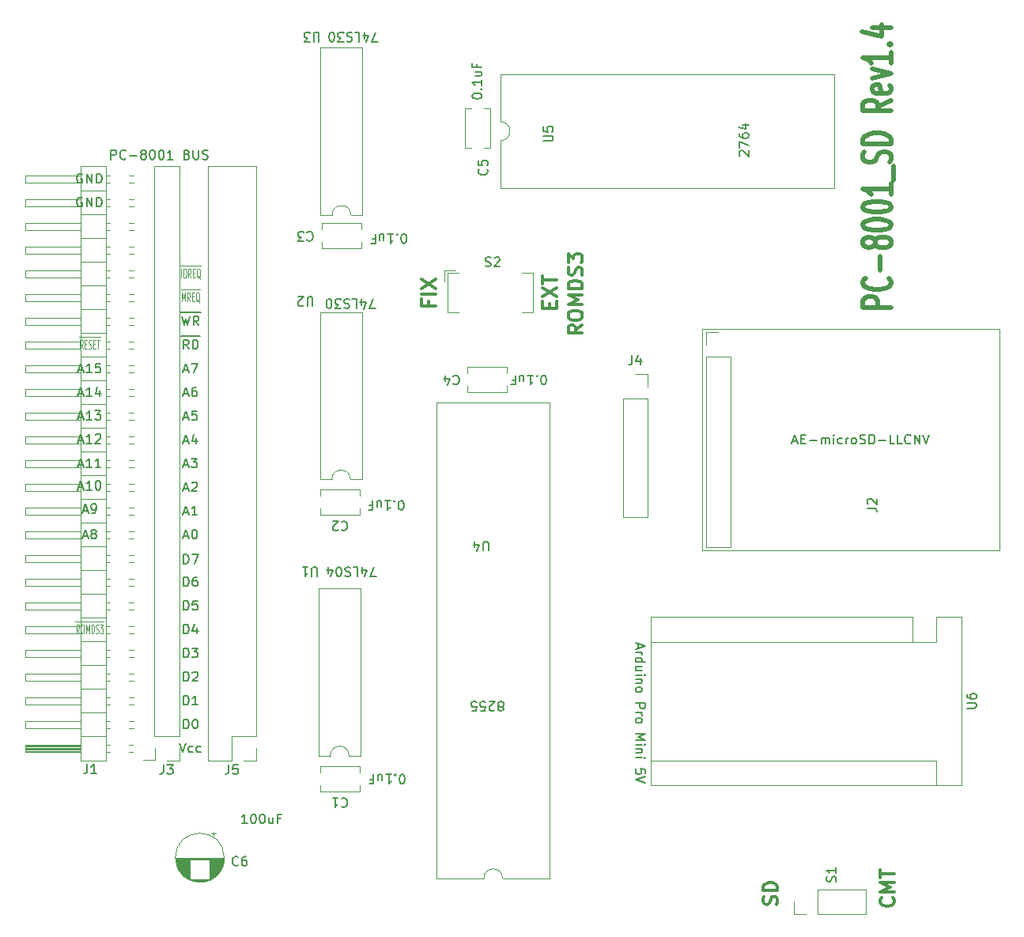
<source format=gto>
G04 #@! TF.GenerationSoftware,KiCad,Pcbnew,(5.1.9)-1*
G04 #@! TF.CreationDate,2023-08-05T17:19:47+09:00*
G04 #@! TF.ProjectId,PC-8001_SD,50432d38-3030-4315-9f53-442e6b696361,rev?*
G04 #@! TF.SameCoordinates,PX53920b0PY93c3260*
G04 #@! TF.FileFunction,Legend,Top*
G04 #@! TF.FilePolarity,Positive*
%FSLAX46Y46*%
G04 Gerber Fmt 4.6, Leading zero omitted, Abs format (unit mm)*
G04 Created by KiCad (PCBNEW (5.1.9)-1) date 2023-08-05 17:19:47*
%MOMM*%
%LPD*%
G01*
G04 APERTURE LIST*
%ADD10C,0.300000*%
%ADD11C,0.150000*%
%ADD12C,0.100000*%
%ADD13C,0.500000*%
%ADD14C,0.120000*%
G04 APERTURE END LIST*
D10*
X55288571Y64333858D02*
X54574285Y63833858D01*
X55288571Y63476715D02*
X53788571Y63476715D01*
X53788571Y64048143D01*
X53860000Y64191000D01*
X53931428Y64262429D01*
X54074285Y64333858D01*
X54288571Y64333858D01*
X54431428Y64262429D01*
X54502857Y64191000D01*
X54574285Y64048143D01*
X54574285Y63476715D01*
X53788571Y65262429D02*
X53788571Y65548143D01*
X53860000Y65691000D01*
X54002857Y65833858D01*
X54288571Y65905286D01*
X54788571Y65905286D01*
X55074285Y65833858D01*
X55217142Y65691000D01*
X55288571Y65548143D01*
X55288571Y65262429D01*
X55217142Y65119572D01*
X55074285Y64976715D01*
X54788571Y64905286D01*
X54288571Y64905286D01*
X54002857Y64976715D01*
X53860000Y65119572D01*
X53788571Y65262429D01*
X55288571Y66548143D02*
X53788571Y66548143D01*
X54860000Y67048143D01*
X53788571Y67548143D01*
X55288571Y67548143D01*
X55288571Y68262429D02*
X53788571Y68262429D01*
X53788571Y68619572D01*
X53860000Y68833858D01*
X54002857Y68976715D01*
X54145714Y69048143D01*
X54431428Y69119572D01*
X54645714Y69119572D01*
X54931428Y69048143D01*
X55074285Y68976715D01*
X55217142Y68833858D01*
X55288571Y68619572D01*
X55288571Y68262429D01*
X55217142Y69691000D02*
X55288571Y69905286D01*
X55288571Y70262429D01*
X55217142Y70405286D01*
X55145714Y70476715D01*
X55002857Y70548143D01*
X54860000Y70548143D01*
X54717142Y70476715D01*
X54645714Y70405286D01*
X54574285Y70262429D01*
X54502857Y69976715D01*
X54431428Y69833858D01*
X54360000Y69762429D01*
X54217142Y69691000D01*
X54074285Y69691000D01*
X53931428Y69762429D01*
X53860000Y69833858D01*
X53788571Y69976715D01*
X53788571Y70333858D01*
X53860000Y70548143D01*
X53788571Y71048143D02*
X53788571Y71976715D01*
X54360000Y71476715D01*
X54360000Y71691000D01*
X54431428Y71833858D01*
X54502857Y71905286D01*
X54645714Y71976715D01*
X55002857Y71976715D01*
X55145714Y71905286D01*
X55217142Y71833858D01*
X55288571Y71691000D01*
X55288571Y71262429D01*
X55217142Y71119572D01*
X55145714Y71048143D01*
X51770857Y66154858D02*
X51770857Y66654858D01*
X52556571Y66869143D02*
X52556571Y66154858D01*
X51056571Y66154858D01*
X51056571Y66869143D01*
X51056571Y67369143D02*
X52556571Y68369143D01*
X51056571Y68369143D02*
X52556571Y67369143D01*
X51056571Y68726286D02*
X51056571Y69583429D01*
X52556571Y69154858D02*
X51056571Y69154858D01*
X38816857Y66904858D02*
X38816857Y66404858D01*
X39602571Y66404858D02*
X38102571Y66404858D01*
X38102571Y67119143D01*
X39602571Y67690572D02*
X38102571Y67690572D01*
X38102571Y68262000D02*
X39602571Y69262000D01*
X38102571Y69262000D02*
X39602571Y68262000D01*
X76107142Y2321429D02*
X76178571Y2535715D01*
X76178571Y2892858D01*
X76107142Y3035715D01*
X76035714Y3107143D01*
X75892857Y3178572D01*
X75750000Y3178572D01*
X75607142Y3107143D01*
X75535714Y3035715D01*
X75464285Y2892858D01*
X75392857Y2607143D01*
X75321428Y2464286D01*
X75250000Y2392858D01*
X75107142Y2321429D01*
X74964285Y2321429D01*
X74821428Y2392858D01*
X74750000Y2464286D01*
X74678571Y2607143D01*
X74678571Y2964286D01*
X74750000Y3178572D01*
X76178571Y3821429D02*
X74678571Y3821429D01*
X74678571Y4178572D01*
X74750000Y4392858D01*
X74892857Y4535715D01*
X75035714Y4607143D01*
X75321428Y4678572D01*
X75535714Y4678572D01*
X75821428Y4607143D01*
X75964285Y4535715D01*
X76107142Y4392858D01*
X76178571Y4178572D01*
X76178571Y3821429D01*
X88535714Y3035715D02*
X88607142Y2964286D01*
X88678571Y2750000D01*
X88678571Y2607143D01*
X88607142Y2392858D01*
X88464285Y2250000D01*
X88321428Y2178572D01*
X88035714Y2107143D01*
X87821428Y2107143D01*
X87535714Y2178572D01*
X87392857Y2250000D01*
X87250000Y2392858D01*
X87178571Y2607143D01*
X87178571Y2750000D01*
X87250000Y2964286D01*
X87321428Y3035715D01*
X88678571Y3678572D02*
X87178571Y3678572D01*
X88250000Y4178572D01*
X87178571Y4678572D01*
X88678571Y4678572D01*
X87178571Y5178572D02*
X87178571Y6035715D01*
X88678571Y5607143D02*
X87178571Y5607143D01*
D11*
X12601904Y38787620D02*
X12601904Y39787620D01*
X12840000Y39787620D01*
X12982857Y39740000D01*
X13078095Y39644762D01*
X13125714Y39549524D01*
X13173333Y39359048D01*
X13173333Y39216191D01*
X13125714Y39025715D01*
X13078095Y38930477D01*
X12982857Y38835239D01*
X12840000Y38787620D01*
X12601904Y38787620D01*
X13506666Y39787620D02*
X14173333Y39787620D01*
X13744761Y38787620D01*
X1825714Y44483334D02*
X2301904Y44483334D01*
X1730476Y44197620D02*
X2063809Y45197620D01*
X2397142Y44197620D01*
X2778095Y44197620D02*
X2968571Y44197620D01*
X3063809Y44245239D01*
X3111428Y44292858D01*
X3206666Y44435715D01*
X3254285Y44626191D01*
X3254285Y45007143D01*
X3206666Y45102381D01*
X3159047Y45150000D01*
X3063809Y45197620D01*
X2873333Y45197620D01*
X2778095Y45150000D01*
X2730476Y45102381D01*
X2682857Y45007143D01*
X2682857Y44769048D01*
X2730476Y44673810D01*
X2778095Y44626191D01*
X2873333Y44578572D01*
X3063809Y44578572D01*
X3159047Y44626191D01*
X3206666Y44673810D01*
X3254285Y44769048D01*
X1349523Y46983334D02*
X1825714Y46983334D01*
X1254285Y46697620D02*
X1587619Y47697620D01*
X1920952Y46697620D01*
X2778095Y46697620D02*
X2206666Y46697620D01*
X2492380Y46697620D02*
X2492380Y47697620D01*
X2397142Y47554762D01*
X2301904Y47459524D01*
X2206666Y47411905D01*
X3397142Y47697620D02*
X3492380Y47697620D01*
X3587619Y47650000D01*
X3635238Y47602381D01*
X3682857Y47507143D01*
X3730476Y47316667D01*
X3730476Y47078572D01*
X3682857Y46888096D01*
X3635238Y46792858D01*
X3587619Y46745239D01*
X3492380Y46697620D01*
X3397142Y46697620D01*
X3301904Y46745239D01*
X3254285Y46792858D01*
X3206666Y46888096D01*
X3159047Y47078572D01*
X3159047Y47316667D01*
X3206666Y47507143D01*
X3254285Y47602381D01*
X3301904Y47650000D01*
X3397142Y47697620D01*
X1349523Y51983334D02*
X1825714Y51983334D01*
X1254285Y51697620D02*
X1587619Y52697620D01*
X1920952Y51697620D01*
X2778095Y51697620D02*
X2206666Y51697620D01*
X2492380Y51697620D02*
X2492380Y52697620D01*
X2397142Y52554762D01*
X2301904Y52459524D01*
X2206666Y52411905D01*
X3159047Y52602381D02*
X3206666Y52650000D01*
X3301904Y52697620D01*
X3540000Y52697620D01*
X3635238Y52650000D01*
X3682857Y52602381D01*
X3730476Y52507143D01*
X3730476Y52411905D01*
X3682857Y52269048D01*
X3111428Y51697620D01*
X3730476Y51697620D01*
X1349523Y54483334D02*
X1825714Y54483334D01*
X1254285Y54197620D02*
X1587619Y55197620D01*
X1920952Y54197620D01*
X2778095Y54197620D02*
X2206666Y54197620D01*
X2492380Y54197620D02*
X2492380Y55197620D01*
X2397142Y55054762D01*
X2301904Y54959524D01*
X2206666Y54911905D01*
X3111428Y55197620D02*
X3730476Y55197620D01*
X3397142Y54816667D01*
X3540000Y54816667D01*
X3635238Y54769048D01*
X3682857Y54721429D01*
X3730476Y54626191D01*
X3730476Y54388096D01*
X3682857Y54292858D01*
X3635238Y54245239D01*
X3540000Y54197620D01*
X3254285Y54197620D01*
X3159047Y54245239D01*
X3111428Y54292858D01*
X1738095Y80510000D02*
X1642857Y80557620D01*
X1500000Y80557620D01*
X1357142Y80510000D01*
X1261904Y80414762D01*
X1214285Y80319524D01*
X1166666Y80129048D01*
X1166666Y79986191D01*
X1214285Y79795715D01*
X1261904Y79700477D01*
X1357142Y79605239D01*
X1500000Y79557620D01*
X1595238Y79557620D01*
X1738095Y79605239D01*
X1785714Y79652858D01*
X1785714Y79986191D01*
X1595238Y79986191D01*
X2214285Y79557620D02*
X2214285Y80557620D01*
X2785714Y79557620D01*
X2785714Y80557620D01*
X3261904Y79557620D02*
X3261904Y80557620D01*
X3500000Y80557620D01*
X3642857Y80510000D01*
X3738095Y80414762D01*
X3785714Y80319524D01*
X3833333Y80129048D01*
X3833333Y79986191D01*
X3785714Y79795715D01*
X3738095Y79700477D01*
X3642857Y79605239D01*
X3500000Y79557620D01*
X3261904Y79557620D01*
X1738095Y77970000D02*
X1642857Y78017620D01*
X1500000Y78017620D01*
X1357142Y77970000D01*
X1261904Y77874762D01*
X1214285Y77779524D01*
X1166666Y77589048D01*
X1166666Y77446191D01*
X1214285Y77255715D01*
X1261904Y77160477D01*
X1357142Y77065239D01*
X1500000Y77017620D01*
X1595238Y77017620D01*
X1738095Y77065239D01*
X1785714Y77112858D01*
X1785714Y77446191D01*
X1595238Y77446191D01*
X2214285Y77017620D02*
X2214285Y78017620D01*
X2785714Y77017620D01*
X2785714Y78017620D01*
X3261904Y77017620D02*
X3261904Y78017620D01*
X3500000Y78017620D01*
X3642857Y77970000D01*
X3738095Y77874762D01*
X3785714Y77779524D01*
X3833333Y77589048D01*
X3833333Y77446191D01*
X3785714Y77255715D01*
X3738095Y77160477D01*
X3642857Y77065239D01*
X3500000Y77017620D01*
X3261904Y77017620D01*
X33226857Y37451381D02*
X32560190Y37451381D01*
X32988761Y38451381D01*
X31750666Y37784715D02*
X31750666Y38451381D01*
X31988761Y37403762D02*
X32226857Y38118048D01*
X31607809Y38118048D01*
X30750666Y38451381D02*
X31226857Y38451381D01*
X31226857Y37451381D01*
X30464952Y38403762D02*
X30322095Y38451381D01*
X30084000Y38451381D01*
X29988761Y38403762D01*
X29941142Y38356143D01*
X29893523Y38260905D01*
X29893523Y38165667D01*
X29941142Y38070429D01*
X29988761Y38022810D01*
X30084000Y37975191D01*
X30274476Y37927572D01*
X30369714Y37879953D01*
X30417333Y37832334D01*
X30464952Y37737096D01*
X30464952Y37641858D01*
X30417333Y37546620D01*
X30369714Y37499000D01*
X30274476Y37451381D01*
X30036380Y37451381D01*
X29893523Y37499000D01*
X29274476Y37451381D02*
X29179238Y37451381D01*
X29084000Y37499000D01*
X29036380Y37546620D01*
X28988761Y37641858D01*
X28941142Y37832334D01*
X28941142Y38070429D01*
X28988761Y38260905D01*
X29036380Y38356143D01*
X29084000Y38403762D01*
X29179238Y38451381D01*
X29274476Y38451381D01*
X29369714Y38403762D01*
X29417333Y38356143D01*
X29464952Y38260905D01*
X29512571Y38070429D01*
X29512571Y37832334D01*
X29464952Y37641858D01*
X29417333Y37546620D01*
X29369714Y37499000D01*
X29274476Y37451381D01*
X28084000Y37784715D02*
X28084000Y38451381D01*
X28322095Y37403762D02*
X28560190Y38118048D01*
X27941142Y38118048D01*
X33421857Y94706381D02*
X32755190Y94706381D01*
X33183761Y95706381D01*
X31945666Y95039715D02*
X31945666Y95706381D01*
X32183761Y94658762D02*
X32421857Y95373048D01*
X31802809Y95373048D01*
X30945666Y95706381D02*
X31421857Y95706381D01*
X31421857Y94706381D01*
X30659952Y95658762D02*
X30517095Y95706381D01*
X30279000Y95706381D01*
X30183761Y95658762D01*
X30136142Y95611143D01*
X30088523Y95515905D01*
X30088523Y95420667D01*
X30136142Y95325429D01*
X30183761Y95277810D01*
X30279000Y95230191D01*
X30469476Y95182572D01*
X30564714Y95134953D01*
X30612333Y95087334D01*
X30659952Y94992096D01*
X30659952Y94896858D01*
X30612333Y94801620D01*
X30564714Y94754000D01*
X30469476Y94706381D01*
X30231380Y94706381D01*
X30088523Y94754000D01*
X29755190Y94706381D02*
X29136142Y94706381D01*
X29469476Y95087334D01*
X29326619Y95087334D01*
X29231380Y95134953D01*
X29183761Y95182572D01*
X29136142Y95277810D01*
X29136142Y95515905D01*
X29183761Y95611143D01*
X29231380Y95658762D01*
X29326619Y95706381D01*
X29612333Y95706381D01*
X29707571Y95658762D01*
X29755190Y95611143D01*
X28517095Y94706381D02*
X28421857Y94706381D01*
X28326619Y94754000D01*
X28279000Y94801620D01*
X28231380Y94896858D01*
X28183761Y95087334D01*
X28183761Y95325429D01*
X28231380Y95515905D01*
X28279000Y95611143D01*
X28326619Y95658762D01*
X28421857Y95706381D01*
X28517095Y95706381D01*
X28612333Y95658762D01*
X28659952Y95611143D01*
X28707571Y95515905D01*
X28755190Y95325429D01*
X28755190Y95087334D01*
X28707571Y94896858D01*
X28659952Y94801620D01*
X28612333Y94754000D01*
X28517095Y94706381D01*
X33126857Y66136381D02*
X32460190Y66136381D01*
X32888761Y67136381D01*
X31650666Y66469715D02*
X31650666Y67136381D01*
X31888761Y66088762D02*
X32126857Y66803048D01*
X31507809Y66803048D01*
X30650666Y67136381D02*
X31126857Y67136381D01*
X31126857Y66136381D01*
X30364952Y67088762D02*
X30222095Y67136381D01*
X29984000Y67136381D01*
X29888761Y67088762D01*
X29841142Y67041143D01*
X29793523Y66945905D01*
X29793523Y66850667D01*
X29841142Y66755429D01*
X29888761Y66707810D01*
X29984000Y66660191D01*
X30174476Y66612572D01*
X30269714Y66564953D01*
X30317333Y66517334D01*
X30364952Y66422096D01*
X30364952Y66326858D01*
X30317333Y66231620D01*
X30269714Y66184000D01*
X30174476Y66136381D01*
X29936380Y66136381D01*
X29793523Y66184000D01*
X29460190Y66136381D02*
X28841142Y66136381D01*
X29174476Y66517334D01*
X29031619Y66517334D01*
X28936380Y66564953D01*
X28888761Y66612572D01*
X28841142Y66707810D01*
X28841142Y66945905D01*
X28888761Y67041143D01*
X28936380Y67088762D01*
X29031619Y67136381D01*
X29317333Y67136381D01*
X29412571Y67088762D01*
X29460190Y67041143D01*
X28222095Y66136381D02*
X28126857Y66136381D01*
X28031619Y66184000D01*
X27984000Y66231620D01*
X27936380Y66326858D01*
X27888761Y66517334D01*
X27888761Y66755429D01*
X27936380Y66945905D01*
X27984000Y67041143D01*
X28031619Y67088762D01*
X28126857Y67136381D01*
X28222095Y67136381D01*
X28317333Y67088762D01*
X28364952Y67041143D01*
X28412571Y66945905D01*
X28460190Y66755429D01*
X28460190Y66517334D01*
X28412571Y66326858D01*
X28364952Y66231620D01*
X28317333Y66184000D01*
X28222095Y66136381D01*
X36036857Y15226381D02*
X35941619Y15226381D01*
X35846380Y15274000D01*
X35798761Y15321620D01*
X35751142Y15416858D01*
X35703523Y15607334D01*
X35703523Y15845429D01*
X35751142Y16035905D01*
X35798761Y16131143D01*
X35846380Y16178762D01*
X35941619Y16226381D01*
X36036857Y16226381D01*
X36132095Y16178762D01*
X36179714Y16131143D01*
X36227333Y16035905D01*
X36274952Y15845429D01*
X36274952Y15607334D01*
X36227333Y15416858D01*
X36179714Y15321620D01*
X36132095Y15274000D01*
X36036857Y15226381D01*
X35274952Y16131143D02*
X35227333Y16178762D01*
X35274952Y16226381D01*
X35322571Y16178762D01*
X35274952Y16131143D01*
X35274952Y16226381D01*
X34274952Y16226381D02*
X34846380Y16226381D01*
X34560666Y16226381D02*
X34560666Y15226381D01*
X34655904Y15369239D01*
X34751142Y15464477D01*
X34846380Y15512096D01*
X33417809Y15559715D02*
X33417809Y16226381D01*
X33846380Y15559715D02*
X33846380Y16083524D01*
X33798761Y16178762D01*
X33703523Y16226381D01*
X33560666Y16226381D01*
X33465428Y16178762D01*
X33417809Y16131143D01*
X32608285Y15702572D02*
X32941619Y15702572D01*
X32941619Y16226381D02*
X32941619Y15226381D01*
X32465428Y15226381D01*
X36231857Y73116381D02*
X36136619Y73116381D01*
X36041380Y73164000D01*
X35993761Y73211620D01*
X35946142Y73306858D01*
X35898523Y73497334D01*
X35898523Y73735429D01*
X35946142Y73925905D01*
X35993761Y74021143D01*
X36041380Y74068762D01*
X36136619Y74116381D01*
X36231857Y74116381D01*
X36327095Y74068762D01*
X36374714Y74021143D01*
X36422333Y73925905D01*
X36469952Y73735429D01*
X36469952Y73497334D01*
X36422333Y73306858D01*
X36374714Y73211620D01*
X36327095Y73164000D01*
X36231857Y73116381D01*
X35469952Y74021143D02*
X35422333Y74068762D01*
X35469952Y74116381D01*
X35517571Y74068762D01*
X35469952Y74021143D01*
X35469952Y74116381D01*
X34469952Y74116381D02*
X35041380Y74116381D01*
X34755666Y74116381D02*
X34755666Y73116381D01*
X34850904Y73259239D01*
X34946142Y73354477D01*
X35041380Y73402096D01*
X33612809Y73449715D02*
X33612809Y74116381D01*
X34041380Y73449715D02*
X34041380Y73973524D01*
X33993761Y74068762D01*
X33898523Y74116381D01*
X33755666Y74116381D01*
X33660428Y74068762D01*
X33612809Y74021143D01*
X32803285Y73592572D02*
X33136619Y73592572D01*
X33136619Y74116381D02*
X33136619Y73116381D01*
X32660428Y73116381D01*
X35936857Y44546381D02*
X35841619Y44546381D01*
X35746380Y44594000D01*
X35698761Y44641620D01*
X35651142Y44736858D01*
X35603523Y44927334D01*
X35603523Y45165429D01*
X35651142Y45355905D01*
X35698761Y45451143D01*
X35746380Y45498762D01*
X35841619Y45546381D01*
X35936857Y45546381D01*
X36032095Y45498762D01*
X36079714Y45451143D01*
X36127333Y45355905D01*
X36174952Y45165429D01*
X36174952Y44927334D01*
X36127333Y44736858D01*
X36079714Y44641620D01*
X36032095Y44594000D01*
X35936857Y44546381D01*
X35174952Y45451143D02*
X35127333Y45498762D01*
X35174952Y45546381D01*
X35222571Y45498762D01*
X35174952Y45451143D01*
X35174952Y45546381D01*
X34174952Y45546381D02*
X34746380Y45546381D01*
X34460666Y45546381D02*
X34460666Y44546381D01*
X34555904Y44689239D01*
X34651142Y44784477D01*
X34746380Y44832096D01*
X33317809Y44879715D02*
X33317809Y45546381D01*
X33746380Y44879715D02*
X33746380Y45403524D01*
X33698761Y45498762D01*
X33603523Y45546381D01*
X33460666Y45546381D01*
X33365428Y45498762D01*
X33317809Y45451143D01*
X32508285Y45022572D02*
X32841619Y45022572D01*
X32841619Y45546381D02*
X32841619Y44546381D01*
X32365428Y44546381D01*
X1349523Y59523334D02*
X1825714Y59523334D01*
X1254285Y59237620D02*
X1587619Y60237620D01*
X1920952Y59237620D01*
X2778095Y59237620D02*
X2206666Y59237620D01*
X2492380Y59237620D02*
X2492380Y60237620D01*
X2397142Y60094762D01*
X2301904Y59999524D01*
X2206666Y59951905D01*
X3682857Y60237620D02*
X3206666Y60237620D01*
X3159047Y59761429D01*
X3206666Y59809048D01*
X3301904Y59856667D01*
X3540000Y59856667D01*
X3635238Y59809048D01*
X3682857Y59761429D01*
X3730476Y59666191D01*
X3730476Y59428096D01*
X3682857Y59332858D01*
X3635238Y59285239D01*
X3540000Y59237620D01*
X3301904Y59237620D01*
X3206666Y59285239D01*
X3159047Y59332858D01*
X1349523Y49363334D02*
X1825714Y49363334D01*
X1254285Y49077620D02*
X1587619Y50077620D01*
X1920952Y49077620D01*
X2778095Y49077620D02*
X2206666Y49077620D01*
X2492380Y49077620D02*
X2492380Y50077620D01*
X2397142Y49934762D01*
X2301904Y49839524D01*
X2206666Y49791905D01*
X3730476Y49077620D02*
X3159047Y49077620D01*
X3444761Y49077620D02*
X3444761Y50077620D01*
X3349523Y49934762D01*
X3254285Y49839524D01*
X3159047Y49791905D01*
D12*
X1016190Y32600000D02*
X1516190Y32600000D01*
X1420952Y31297620D02*
X1254285Y31773810D01*
X1135238Y31297620D02*
X1135238Y32297620D01*
X1325714Y32297620D01*
X1373333Y32250000D01*
X1397142Y32202381D01*
X1420952Y32107143D01*
X1420952Y31964286D01*
X1397142Y31869048D01*
X1373333Y31821429D01*
X1325714Y31773810D01*
X1135238Y31773810D01*
X1516190Y32600000D02*
X2040000Y32600000D01*
X1730476Y32297620D02*
X1825714Y32297620D01*
X1873333Y32250000D01*
X1920952Y32154762D01*
X1944761Y31964286D01*
X1944761Y31630953D01*
X1920952Y31440477D01*
X1873333Y31345239D01*
X1825714Y31297620D01*
X1730476Y31297620D01*
X1682857Y31345239D01*
X1635238Y31440477D01*
X1611428Y31630953D01*
X1611428Y31964286D01*
X1635238Y32154762D01*
X1682857Y32250000D01*
X1730476Y32297620D01*
X2040000Y32600000D02*
X2611428Y32600000D01*
X2159047Y31297620D02*
X2159047Y32297620D01*
X2325714Y31583334D01*
X2492380Y32297620D01*
X2492380Y31297620D01*
X2611428Y32600000D02*
X3111428Y32600000D01*
X2730476Y31297620D02*
X2730476Y32297620D01*
X2849523Y32297620D01*
X2920952Y32250000D01*
X2968571Y32154762D01*
X2992380Y32059524D01*
X3016190Y31869048D01*
X3016190Y31726191D01*
X2992380Y31535715D01*
X2968571Y31440477D01*
X2920952Y31345239D01*
X2849523Y31297620D01*
X2730476Y31297620D01*
X3111428Y32600000D02*
X3587619Y32600000D01*
X3206666Y31345239D02*
X3278095Y31297620D01*
X3397142Y31297620D01*
X3444761Y31345239D01*
X3468571Y31392858D01*
X3492380Y31488096D01*
X3492380Y31583334D01*
X3468571Y31678572D01*
X3444761Y31726191D01*
X3397142Y31773810D01*
X3301904Y31821429D01*
X3254285Y31869048D01*
X3230476Y31916667D01*
X3206666Y32011905D01*
X3206666Y32107143D01*
X3230476Y32202381D01*
X3254285Y32250000D01*
X3301904Y32297620D01*
X3420952Y32297620D01*
X3492380Y32250000D01*
X3587619Y32600000D02*
X4063809Y32600000D01*
X3659047Y32297620D02*
X3968571Y32297620D01*
X3801904Y31916667D01*
X3873333Y31916667D01*
X3920952Y31869048D01*
X3944761Y31821429D01*
X3968571Y31726191D01*
X3968571Y31488096D01*
X3944761Y31392858D01*
X3920952Y31345239D01*
X3873333Y31297620D01*
X3730476Y31297620D01*
X3682857Y31345239D01*
X3659047Y31392858D01*
D11*
X46645809Y23477953D02*
X46741047Y23430334D01*
X46788666Y23382715D01*
X46836285Y23287477D01*
X46836285Y23239858D01*
X46788666Y23144620D01*
X46741047Y23097000D01*
X46645809Y23049381D01*
X46455333Y23049381D01*
X46360095Y23097000D01*
X46312476Y23144620D01*
X46264857Y23239858D01*
X46264857Y23287477D01*
X46312476Y23382715D01*
X46360095Y23430334D01*
X46455333Y23477953D01*
X46645809Y23477953D01*
X46741047Y23525572D01*
X46788666Y23573191D01*
X46836285Y23668429D01*
X46836285Y23858905D01*
X46788666Y23954143D01*
X46741047Y24001762D01*
X46645809Y24049381D01*
X46455333Y24049381D01*
X46360095Y24001762D01*
X46312476Y23954143D01*
X46264857Y23858905D01*
X46264857Y23668429D01*
X46312476Y23573191D01*
X46360095Y23525572D01*
X46455333Y23477953D01*
X45883904Y23144620D02*
X45836285Y23097000D01*
X45741047Y23049381D01*
X45502952Y23049381D01*
X45407714Y23097000D01*
X45360095Y23144620D01*
X45312476Y23239858D01*
X45312476Y23335096D01*
X45360095Y23477953D01*
X45931523Y24049381D01*
X45312476Y24049381D01*
X44407714Y23049381D02*
X44883904Y23049381D01*
X44931523Y23525572D01*
X44883904Y23477953D01*
X44788666Y23430334D01*
X44550571Y23430334D01*
X44455333Y23477953D01*
X44407714Y23525572D01*
X44360095Y23620810D01*
X44360095Y23858905D01*
X44407714Y23954143D01*
X44455333Y24001762D01*
X44550571Y24049381D01*
X44788666Y24049381D01*
X44883904Y24001762D01*
X44931523Y23954143D01*
X43455333Y23049381D02*
X43931523Y23049381D01*
X43979142Y23525572D01*
X43931523Y23477953D01*
X43836285Y23430334D01*
X43598190Y23430334D01*
X43502952Y23477953D01*
X43455333Y23525572D01*
X43407714Y23620810D01*
X43407714Y23858905D01*
X43455333Y23954143D01*
X43502952Y24001762D01*
X43598190Y24049381D01*
X43836285Y24049381D01*
X43931523Y24001762D01*
X43979142Y23954143D01*
X51209857Y57974381D02*
X51114619Y57974381D01*
X51019380Y58022000D01*
X50971761Y58069620D01*
X50924142Y58164858D01*
X50876523Y58355334D01*
X50876523Y58593429D01*
X50924142Y58783905D01*
X50971761Y58879143D01*
X51019380Y58926762D01*
X51114619Y58974381D01*
X51209857Y58974381D01*
X51305095Y58926762D01*
X51352714Y58879143D01*
X51400333Y58783905D01*
X51447952Y58593429D01*
X51447952Y58355334D01*
X51400333Y58164858D01*
X51352714Y58069620D01*
X51305095Y58022000D01*
X51209857Y57974381D01*
X50447952Y58879143D02*
X50400333Y58926762D01*
X50447952Y58974381D01*
X50495571Y58926762D01*
X50447952Y58879143D01*
X50447952Y58974381D01*
X49447952Y58974381D02*
X50019380Y58974381D01*
X49733666Y58974381D02*
X49733666Y57974381D01*
X49828904Y58117239D01*
X49924142Y58212477D01*
X50019380Y58260096D01*
X48590809Y58307715D02*
X48590809Y58974381D01*
X49019380Y58307715D02*
X49019380Y58831524D01*
X48971761Y58926762D01*
X48876523Y58974381D01*
X48733666Y58974381D01*
X48638428Y58926762D01*
X48590809Y58879143D01*
X47781285Y58450572D02*
X48114619Y58450572D01*
X48114619Y58974381D02*
X48114619Y57974381D01*
X47638428Y57974381D01*
X61288333Y30224762D02*
X61288333Y29748572D01*
X61002619Y30320000D02*
X62002619Y29986667D01*
X61002619Y29653334D01*
X61002619Y29320000D02*
X61669285Y29320000D01*
X61478809Y29320000D02*
X61574047Y29272381D01*
X61621666Y29224762D01*
X61669285Y29129524D01*
X61669285Y29034286D01*
X61002619Y28272381D02*
X62002619Y28272381D01*
X61050238Y28272381D02*
X61002619Y28367620D01*
X61002619Y28558096D01*
X61050238Y28653334D01*
X61097857Y28700953D01*
X61193095Y28748572D01*
X61478809Y28748572D01*
X61574047Y28700953D01*
X61621666Y28653334D01*
X61669285Y28558096D01*
X61669285Y28367620D01*
X61621666Y28272381D01*
X61669285Y27367620D02*
X61002619Y27367620D01*
X61669285Y27796191D02*
X61145476Y27796191D01*
X61050238Y27748572D01*
X61002619Y27653334D01*
X61002619Y27510477D01*
X61050238Y27415239D01*
X61097857Y27367620D01*
X61002619Y26891429D02*
X61669285Y26891429D01*
X62002619Y26891429D02*
X61955000Y26939048D01*
X61907380Y26891429D01*
X61955000Y26843810D01*
X62002619Y26891429D01*
X61907380Y26891429D01*
X61669285Y26415239D02*
X61002619Y26415239D01*
X61574047Y26415239D02*
X61621666Y26367620D01*
X61669285Y26272381D01*
X61669285Y26129524D01*
X61621666Y26034286D01*
X61526428Y25986667D01*
X61002619Y25986667D01*
X61002619Y25367620D02*
X61050238Y25462858D01*
X61097857Y25510477D01*
X61193095Y25558096D01*
X61478809Y25558096D01*
X61574047Y25510477D01*
X61621666Y25462858D01*
X61669285Y25367620D01*
X61669285Y25224762D01*
X61621666Y25129524D01*
X61574047Y25081905D01*
X61478809Y25034286D01*
X61193095Y25034286D01*
X61097857Y25081905D01*
X61050238Y25129524D01*
X61002619Y25224762D01*
X61002619Y25367620D01*
X61002619Y23843810D02*
X62002619Y23843810D01*
X62002619Y23462858D01*
X61955000Y23367620D01*
X61907380Y23320000D01*
X61812142Y23272381D01*
X61669285Y23272381D01*
X61574047Y23320000D01*
X61526428Y23367620D01*
X61478809Y23462858D01*
X61478809Y23843810D01*
X61002619Y22843810D02*
X61669285Y22843810D01*
X61478809Y22843810D02*
X61574047Y22796191D01*
X61621666Y22748572D01*
X61669285Y22653334D01*
X61669285Y22558096D01*
X61002619Y22081905D02*
X61050238Y22177143D01*
X61097857Y22224762D01*
X61193095Y22272381D01*
X61478809Y22272381D01*
X61574047Y22224762D01*
X61621666Y22177143D01*
X61669285Y22081905D01*
X61669285Y21939048D01*
X61621666Y21843810D01*
X61574047Y21796191D01*
X61478809Y21748572D01*
X61193095Y21748572D01*
X61097857Y21796191D01*
X61050238Y21843810D01*
X61002619Y21939048D01*
X61002619Y22081905D01*
X61002619Y20558096D02*
X62002619Y20558096D01*
X61288333Y20224762D01*
X62002619Y19891429D01*
X61002619Y19891429D01*
X61002619Y19415239D02*
X61669285Y19415239D01*
X62002619Y19415239D02*
X61955000Y19462858D01*
X61907380Y19415239D01*
X61955000Y19367620D01*
X62002619Y19415239D01*
X61907380Y19415239D01*
X61669285Y18939048D02*
X61002619Y18939048D01*
X61574047Y18939048D02*
X61621666Y18891429D01*
X61669285Y18796191D01*
X61669285Y18653334D01*
X61621666Y18558096D01*
X61526428Y18510477D01*
X61002619Y18510477D01*
X61002619Y18034286D02*
X61669285Y18034286D01*
X62002619Y18034286D02*
X61955000Y18081905D01*
X61907380Y18034286D01*
X61955000Y17986667D01*
X62002619Y18034286D01*
X61907380Y18034286D01*
X62002619Y16320000D02*
X62002619Y16796191D01*
X61526428Y16843810D01*
X61574047Y16796191D01*
X61621666Y16700953D01*
X61621666Y16462858D01*
X61574047Y16367620D01*
X61526428Y16320000D01*
X61431190Y16272381D01*
X61193095Y16272381D01*
X61097857Y16320000D01*
X61050238Y16367620D01*
X61002619Y16462858D01*
X61002619Y16700953D01*
X61050238Y16796191D01*
X61097857Y16843810D01*
X62002619Y15986667D02*
X61002619Y15653334D01*
X62002619Y15320000D01*
X43519380Y88838143D02*
X43519380Y88933381D01*
X43567000Y89028620D01*
X43614619Y89076239D01*
X43709857Y89123858D01*
X43900333Y89171477D01*
X44138428Y89171477D01*
X44328904Y89123858D01*
X44424142Y89076239D01*
X44471761Y89028620D01*
X44519380Y88933381D01*
X44519380Y88838143D01*
X44471761Y88742905D01*
X44424142Y88695286D01*
X44328904Y88647667D01*
X44138428Y88600048D01*
X43900333Y88600048D01*
X43709857Y88647667D01*
X43614619Y88695286D01*
X43567000Y88742905D01*
X43519380Y88838143D01*
X44424142Y89600048D02*
X44471761Y89647667D01*
X44519380Y89600048D01*
X44471761Y89552429D01*
X44424142Y89600048D01*
X44519380Y89600048D01*
X44519380Y90600048D02*
X44519380Y90028620D01*
X44519380Y90314334D02*
X43519380Y90314334D01*
X43662238Y90219096D01*
X43757476Y90123858D01*
X43805095Y90028620D01*
X43852714Y91457191D02*
X44519380Y91457191D01*
X43852714Y91028620D02*
X44376523Y91028620D01*
X44471761Y91076239D01*
X44519380Y91171477D01*
X44519380Y91314334D01*
X44471761Y91409572D01*
X44424142Y91457191D01*
X43995571Y92266715D02*
X43995571Y91933381D01*
X44519380Y91933381D02*
X43519380Y91933381D01*
X43519380Y92409572D01*
X72189619Y82456715D02*
X72142000Y82504334D01*
X72094380Y82599572D01*
X72094380Y82837667D01*
X72142000Y82932905D01*
X72189619Y82980524D01*
X72284857Y83028143D01*
X72380095Y83028143D01*
X72522952Y82980524D01*
X73094380Y82409096D01*
X73094380Y83028143D01*
X72094380Y83361477D02*
X72094380Y84028143D01*
X73094380Y83599572D01*
X72094380Y84837667D02*
X72094380Y84647191D01*
X72142000Y84551953D01*
X72189619Y84504334D01*
X72332476Y84409096D01*
X72522952Y84361477D01*
X72903904Y84361477D01*
X72999142Y84409096D01*
X73046761Y84456715D01*
X73094380Y84551953D01*
X73094380Y84742429D01*
X73046761Y84837667D01*
X72999142Y84885286D01*
X72903904Y84932905D01*
X72665809Y84932905D01*
X72570571Y84885286D01*
X72522952Y84837667D01*
X72475333Y84742429D01*
X72475333Y84551953D01*
X72522952Y84456715D01*
X72570571Y84409096D01*
X72665809Y84361477D01*
X72427714Y85790048D02*
X73094380Y85790048D01*
X72046761Y85551953D02*
X72761047Y85313858D01*
X72761047Y85932905D01*
X4833333Y82087620D02*
X4833333Y83087620D01*
X5214285Y83087620D01*
X5309523Y83040000D01*
X5357142Y82992381D01*
X5404761Y82897143D01*
X5404761Y82754286D01*
X5357142Y82659048D01*
X5309523Y82611429D01*
X5214285Y82563810D01*
X4833333Y82563810D01*
X6404761Y82182858D02*
X6357142Y82135239D01*
X6214285Y82087620D01*
X6119047Y82087620D01*
X5976190Y82135239D01*
X5880952Y82230477D01*
X5833333Y82325715D01*
X5785714Y82516191D01*
X5785714Y82659048D01*
X5833333Y82849524D01*
X5880952Y82944762D01*
X5976190Y83040000D01*
X6119047Y83087620D01*
X6214285Y83087620D01*
X6357142Y83040000D01*
X6404761Y82992381D01*
X6833333Y82468572D02*
X7595238Y82468572D01*
X8214285Y82659048D02*
X8119047Y82706667D01*
X8071428Y82754286D01*
X8023809Y82849524D01*
X8023809Y82897143D01*
X8071428Y82992381D01*
X8119047Y83040000D01*
X8214285Y83087620D01*
X8404761Y83087620D01*
X8500000Y83040000D01*
X8547619Y82992381D01*
X8595238Y82897143D01*
X8595238Y82849524D01*
X8547619Y82754286D01*
X8500000Y82706667D01*
X8404761Y82659048D01*
X8214285Y82659048D01*
X8119047Y82611429D01*
X8071428Y82563810D01*
X8023809Y82468572D01*
X8023809Y82278096D01*
X8071428Y82182858D01*
X8119047Y82135239D01*
X8214285Y82087620D01*
X8404761Y82087620D01*
X8500000Y82135239D01*
X8547619Y82182858D01*
X8595238Y82278096D01*
X8595238Y82468572D01*
X8547619Y82563810D01*
X8500000Y82611429D01*
X8404761Y82659048D01*
X9214285Y83087620D02*
X9309523Y83087620D01*
X9404761Y83040000D01*
X9452380Y82992381D01*
X9500000Y82897143D01*
X9547619Y82706667D01*
X9547619Y82468572D01*
X9500000Y82278096D01*
X9452380Y82182858D01*
X9404761Y82135239D01*
X9309523Y82087620D01*
X9214285Y82087620D01*
X9119047Y82135239D01*
X9071428Y82182858D01*
X9023809Y82278096D01*
X8976190Y82468572D01*
X8976190Y82706667D01*
X9023809Y82897143D01*
X9071428Y82992381D01*
X9119047Y83040000D01*
X9214285Y83087620D01*
X10166666Y83087620D02*
X10261904Y83087620D01*
X10357142Y83040000D01*
X10404761Y82992381D01*
X10452380Y82897143D01*
X10500000Y82706667D01*
X10500000Y82468572D01*
X10452380Y82278096D01*
X10404761Y82182858D01*
X10357142Y82135239D01*
X10261904Y82087620D01*
X10166666Y82087620D01*
X10071428Y82135239D01*
X10023809Y82182858D01*
X9976190Y82278096D01*
X9928571Y82468572D01*
X9928571Y82706667D01*
X9976190Y82897143D01*
X10023809Y82992381D01*
X10071428Y83040000D01*
X10166666Y83087620D01*
X11452380Y82087620D02*
X10880952Y82087620D01*
X11166666Y82087620D02*
X11166666Y83087620D01*
X11071428Y82944762D01*
X10976190Y82849524D01*
X10880952Y82801905D01*
X12976190Y82611429D02*
X13119047Y82563810D01*
X13166666Y82516191D01*
X13214285Y82420953D01*
X13214285Y82278096D01*
X13166666Y82182858D01*
X13119047Y82135239D01*
X13023809Y82087620D01*
X12642857Y82087620D01*
X12642857Y83087620D01*
X12976190Y83087620D01*
X13071428Y83040000D01*
X13119047Y82992381D01*
X13166666Y82897143D01*
X13166666Y82801905D01*
X13119047Y82706667D01*
X13071428Y82659048D01*
X12976190Y82611429D01*
X12642857Y82611429D01*
X13642857Y83087620D02*
X13642857Y82278096D01*
X13690476Y82182858D01*
X13738095Y82135239D01*
X13833333Y82087620D01*
X14023809Y82087620D01*
X14119047Y82135239D01*
X14166666Y82182858D01*
X14214285Y82278096D01*
X14214285Y83087620D01*
X14642857Y82135239D02*
X14785714Y82087620D01*
X15023809Y82087620D01*
X15119047Y82135239D01*
X15166666Y82182858D01*
X15214285Y82278096D01*
X15214285Y82373334D01*
X15166666Y82468572D01*
X15119047Y82516191D01*
X15023809Y82563810D01*
X14833333Y82611429D01*
X14738095Y82659048D01*
X14690476Y82706667D01*
X14642857Y82801905D01*
X14642857Y82897143D01*
X14690476Y82992381D01*
X14738095Y83040000D01*
X14833333Y83087620D01*
X15071428Y83087620D01*
X15214285Y83040000D01*
X19407380Y10977620D02*
X18835952Y10977620D01*
X19121666Y10977620D02*
X19121666Y11977620D01*
X19026428Y11834762D01*
X18931190Y11739524D01*
X18835952Y11691905D01*
X20026428Y11977620D02*
X20121666Y11977620D01*
X20216904Y11930000D01*
X20264523Y11882381D01*
X20312142Y11787143D01*
X20359761Y11596667D01*
X20359761Y11358572D01*
X20312142Y11168096D01*
X20264523Y11072858D01*
X20216904Y11025239D01*
X20121666Y10977620D01*
X20026428Y10977620D01*
X19931190Y11025239D01*
X19883571Y11072858D01*
X19835952Y11168096D01*
X19788333Y11358572D01*
X19788333Y11596667D01*
X19835952Y11787143D01*
X19883571Y11882381D01*
X19931190Y11930000D01*
X20026428Y11977620D01*
X20978809Y11977620D02*
X21074047Y11977620D01*
X21169285Y11930000D01*
X21216904Y11882381D01*
X21264523Y11787143D01*
X21312142Y11596667D01*
X21312142Y11358572D01*
X21264523Y11168096D01*
X21216904Y11072858D01*
X21169285Y11025239D01*
X21074047Y10977620D01*
X20978809Y10977620D01*
X20883571Y11025239D01*
X20835952Y11072858D01*
X20788333Y11168096D01*
X20740714Y11358572D01*
X20740714Y11596667D01*
X20788333Y11787143D01*
X20835952Y11882381D01*
X20883571Y11930000D01*
X20978809Y11977620D01*
X22169285Y11644286D02*
X22169285Y10977620D01*
X21740714Y11644286D02*
X21740714Y11120477D01*
X21788333Y11025239D01*
X21883571Y10977620D01*
X22026428Y10977620D01*
X22121666Y11025239D01*
X22169285Y11072858D01*
X22978809Y11501429D02*
X22645476Y11501429D01*
X22645476Y10977620D02*
X22645476Y11977620D01*
X23121666Y11977620D01*
X1349523Y56983334D02*
X1825714Y56983334D01*
X1254285Y56697620D02*
X1587619Y57697620D01*
X1920952Y56697620D01*
X2778095Y56697620D02*
X2206666Y56697620D01*
X2492380Y56697620D02*
X2492380Y57697620D01*
X2397142Y57554762D01*
X2301904Y57459524D01*
X2206666Y57411905D01*
X3635238Y57364286D02*
X3635238Y56697620D01*
X3397142Y57745239D02*
X3159047Y57030953D01*
X3778095Y57030953D01*
D12*
X1409047Y63080000D02*
X1909047Y63080000D01*
X1813809Y61777620D02*
X1647142Y62253810D01*
X1528095Y61777620D02*
X1528095Y62777620D01*
X1718571Y62777620D01*
X1766190Y62730000D01*
X1790000Y62682381D01*
X1813809Y62587143D01*
X1813809Y62444286D01*
X1790000Y62349048D01*
X1766190Y62301429D01*
X1718571Y62253810D01*
X1528095Y62253810D01*
X1909047Y63080000D02*
X2361428Y63080000D01*
X2028095Y62301429D02*
X2194761Y62301429D01*
X2266190Y61777620D02*
X2028095Y61777620D01*
X2028095Y62777620D01*
X2266190Y62777620D01*
X2361428Y63080000D02*
X2837619Y63080000D01*
X2456666Y61825239D02*
X2528095Y61777620D01*
X2647142Y61777620D01*
X2694761Y61825239D01*
X2718571Y61872858D01*
X2742380Y61968096D01*
X2742380Y62063334D01*
X2718571Y62158572D01*
X2694761Y62206191D01*
X2647142Y62253810D01*
X2551904Y62301429D01*
X2504285Y62349048D01*
X2480476Y62396667D01*
X2456666Y62491905D01*
X2456666Y62587143D01*
X2480476Y62682381D01*
X2504285Y62730000D01*
X2551904Y62777620D01*
X2670952Y62777620D01*
X2742380Y62730000D01*
X2837619Y63080000D02*
X3290000Y63080000D01*
X2956666Y62301429D02*
X3123333Y62301429D01*
X3194761Y61777620D02*
X2956666Y61777620D01*
X2956666Y62777620D01*
X3194761Y62777620D01*
X3290000Y63080000D02*
X3670952Y63080000D01*
X3337619Y62777620D02*
X3623333Y62777620D01*
X3480476Y61777620D02*
X3480476Y62777620D01*
D11*
X1825714Y41743334D02*
X2301904Y41743334D01*
X1730476Y41457620D02*
X2063809Y42457620D01*
X2397142Y41457620D01*
X2873333Y42029048D02*
X2778095Y42076667D01*
X2730476Y42124286D01*
X2682857Y42219524D01*
X2682857Y42267143D01*
X2730476Y42362381D01*
X2778095Y42410000D01*
X2873333Y42457620D01*
X3063809Y42457620D01*
X3159047Y42410000D01*
X3206666Y42362381D01*
X3254285Y42267143D01*
X3254285Y42219524D01*
X3206666Y42124286D01*
X3159047Y42076667D01*
X3063809Y42029048D01*
X2873333Y42029048D01*
X2778095Y41981429D01*
X2730476Y41933810D01*
X2682857Y41838572D01*
X2682857Y41648096D01*
X2730476Y41552858D01*
X2778095Y41505239D01*
X2873333Y41457620D01*
X3063809Y41457620D01*
X3159047Y41505239D01*
X3206666Y41552858D01*
X3254285Y41648096D01*
X3254285Y41838572D01*
X3206666Y41933810D01*
X3159047Y41981429D01*
X3063809Y42029048D01*
X12144523Y19597620D02*
X12477857Y18597620D01*
X12811190Y19597620D01*
X13573095Y18645239D02*
X13477857Y18597620D01*
X13287380Y18597620D01*
X13192142Y18645239D01*
X13144523Y18692858D01*
X13096904Y18788096D01*
X13096904Y19073810D01*
X13144523Y19169048D01*
X13192142Y19216667D01*
X13287380Y19264286D01*
X13477857Y19264286D01*
X13573095Y19216667D01*
X14430238Y18645239D02*
X14335000Y18597620D01*
X14144523Y18597620D01*
X14049285Y18645239D01*
X14001666Y18692858D01*
X13954047Y18788096D01*
X13954047Y19073810D01*
X14001666Y19169048D01*
X14049285Y19216667D01*
X14144523Y19264286D01*
X14335000Y19264286D01*
X14430238Y19216667D01*
X12596904Y21137620D02*
X12596904Y22137620D01*
X12835000Y22137620D01*
X12977857Y22090000D01*
X13073095Y21994762D01*
X13120714Y21899524D01*
X13168333Y21709048D01*
X13168333Y21566191D01*
X13120714Y21375715D01*
X13073095Y21280477D01*
X12977857Y21185239D01*
X12835000Y21137620D01*
X12596904Y21137620D01*
X13787380Y22137620D02*
X13882619Y22137620D01*
X13977857Y22090000D01*
X14025476Y22042381D01*
X14073095Y21947143D01*
X14120714Y21756667D01*
X14120714Y21518572D01*
X14073095Y21328096D01*
X14025476Y21232858D01*
X13977857Y21185239D01*
X13882619Y21137620D01*
X13787380Y21137620D01*
X13692142Y21185239D01*
X13644523Y21232858D01*
X13596904Y21328096D01*
X13549285Y21518572D01*
X13549285Y21756667D01*
X13596904Y21947143D01*
X13644523Y22042381D01*
X13692142Y22090000D01*
X13787380Y22137620D01*
X12596904Y23677620D02*
X12596904Y24677620D01*
X12835000Y24677620D01*
X12977857Y24630000D01*
X13073095Y24534762D01*
X13120714Y24439524D01*
X13168333Y24249048D01*
X13168333Y24106191D01*
X13120714Y23915715D01*
X13073095Y23820477D01*
X12977857Y23725239D01*
X12835000Y23677620D01*
X12596904Y23677620D01*
X14120714Y23677620D02*
X13549285Y23677620D01*
X13835000Y23677620D02*
X13835000Y24677620D01*
X13739761Y24534762D01*
X13644523Y24439524D01*
X13549285Y24391905D01*
X12596904Y26217620D02*
X12596904Y27217620D01*
X12835000Y27217620D01*
X12977857Y27170000D01*
X13073095Y27074762D01*
X13120714Y26979524D01*
X13168333Y26789048D01*
X13168333Y26646191D01*
X13120714Y26455715D01*
X13073095Y26360477D01*
X12977857Y26265239D01*
X12835000Y26217620D01*
X12596904Y26217620D01*
X13549285Y27122381D02*
X13596904Y27170000D01*
X13692142Y27217620D01*
X13930238Y27217620D01*
X14025476Y27170000D01*
X14073095Y27122381D01*
X14120714Y27027143D01*
X14120714Y26931905D01*
X14073095Y26789048D01*
X13501666Y26217620D01*
X14120714Y26217620D01*
X12596904Y28757620D02*
X12596904Y29757620D01*
X12835000Y29757620D01*
X12977857Y29710000D01*
X13073095Y29614762D01*
X13120714Y29519524D01*
X13168333Y29329048D01*
X13168333Y29186191D01*
X13120714Y28995715D01*
X13073095Y28900477D01*
X12977857Y28805239D01*
X12835000Y28757620D01*
X12596904Y28757620D01*
X13501666Y29757620D02*
X14120714Y29757620D01*
X13787380Y29376667D01*
X13930238Y29376667D01*
X14025476Y29329048D01*
X14073095Y29281429D01*
X14120714Y29186191D01*
X14120714Y28948096D01*
X14073095Y28852858D01*
X14025476Y28805239D01*
X13930238Y28757620D01*
X13644523Y28757620D01*
X13549285Y28805239D01*
X13501666Y28852858D01*
X12596904Y31297620D02*
X12596904Y32297620D01*
X12835000Y32297620D01*
X12977857Y32250000D01*
X13073095Y32154762D01*
X13120714Y32059524D01*
X13168333Y31869048D01*
X13168333Y31726191D01*
X13120714Y31535715D01*
X13073095Y31440477D01*
X12977857Y31345239D01*
X12835000Y31297620D01*
X12596904Y31297620D01*
X14025476Y31964286D02*
X14025476Y31297620D01*
X13787380Y32345239D02*
X13549285Y31630953D01*
X14168333Y31630953D01*
X12596904Y33837620D02*
X12596904Y34837620D01*
X12835000Y34837620D01*
X12977857Y34790000D01*
X13073095Y34694762D01*
X13120714Y34599524D01*
X13168333Y34409048D01*
X13168333Y34266191D01*
X13120714Y34075715D01*
X13073095Y33980477D01*
X12977857Y33885239D01*
X12835000Y33837620D01*
X12596904Y33837620D01*
X14073095Y34837620D02*
X13596904Y34837620D01*
X13549285Y34361429D01*
X13596904Y34409048D01*
X13692142Y34456667D01*
X13930238Y34456667D01*
X14025476Y34409048D01*
X14073095Y34361429D01*
X14120714Y34266191D01*
X14120714Y34028096D01*
X14073095Y33932858D01*
X14025476Y33885239D01*
X13930238Y33837620D01*
X13692142Y33837620D01*
X13596904Y33885239D01*
X13549285Y33932858D01*
X12596904Y36377620D02*
X12596904Y37377620D01*
X12835000Y37377620D01*
X12977857Y37330000D01*
X13073095Y37234762D01*
X13120714Y37139524D01*
X13168333Y36949048D01*
X13168333Y36806191D01*
X13120714Y36615715D01*
X13073095Y36520477D01*
X12977857Y36425239D01*
X12835000Y36377620D01*
X12596904Y36377620D01*
X14025476Y37377620D02*
X13835000Y37377620D01*
X13739761Y37330000D01*
X13692142Y37282381D01*
X13596904Y37139524D01*
X13549285Y36949048D01*
X13549285Y36568096D01*
X13596904Y36472858D01*
X13644523Y36425239D01*
X13739761Y36377620D01*
X13930238Y36377620D01*
X14025476Y36425239D01*
X14073095Y36472858D01*
X14120714Y36568096D01*
X14120714Y36806191D01*
X14073095Y36901429D01*
X14025476Y36949048D01*
X13930238Y36996667D01*
X13739761Y36996667D01*
X13644523Y36949048D01*
X13596904Y36901429D01*
X13549285Y36806191D01*
X12620714Y41743334D02*
X13096904Y41743334D01*
X12525476Y41457620D02*
X12858809Y42457620D01*
X13192142Y41457620D01*
X13715952Y42457620D02*
X13811190Y42457620D01*
X13906428Y42410000D01*
X13954047Y42362381D01*
X14001666Y42267143D01*
X14049285Y42076667D01*
X14049285Y41838572D01*
X14001666Y41648096D01*
X13954047Y41552858D01*
X13906428Y41505239D01*
X13811190Y41457620D01*
X13715952Y41457620D01*
X13620714Y41505239D01*
X13573095Y41552858D01*
X13525476Y41648096D01*
X13477857Y41838572D01*
X13477857Y42076667D01*
X13525476Y42267143D01*
X13573095Y42362381D01*
X13620714Y42410000D01*
X13715952Y42457620D01*
X12620714Y44283334D02*
X13096904Y44283334D01*
X12525476Y43997620D02*
X12858809Y44997620D01*
X13192142Y43997620D01*
X14049285Y43997620D02*
X13477857Y43997620D01*
X13763571Y43997620D02*
X13763571Y44997620D01*
X13668333Y44854762D01*
X13573095Y44759524D01*
X13477857Y44711905D01*
X12620714Y46823334D02*
X13096904Y46823334D01*
X12525476Y46537620D02*
X12858809Y47537620D01*
X13192142Y46537620D01*
X13477857Y47442381D02*
X13525476Y47490000D01*
X13620714Y47537620D01*
X13858809Y47537620D01*
X13954047Y47490000D01*
X14001666Y47442381D01*
X14049285Y47347143D01*
X14049285Y47251905D01*
X14001666Y47109048D01*
X13430238Y46537620D01*
X14049285Y46537620D01*
X12620714Y49363334D02*
X13096904Y49363334D01*
X12525476Y49077620D02*
X12858809Y50077620D01*
X13192142Y49077620D01*
X13430238Y50077620D02*
X14049285Y50077620D01*
X13715952Y49696667D01*
X13858809Y49696667D01*
X13954047Y49649048D01*
X14001666Y49601429D01*
X14049285Y49506191D01*
X14049285Y49268096D01*
X14001666Y49172858D01*
X13954047Y49125239D01*
X13858809Y49077620D01*
X13573095Y49077620D01*
X13477857Y49125239D01*
X13430238Y49172858D01*
X12620714Y51903334D02*
X13096904Y51903334D01*
X12525476Y51617620D02*
X12858809Y52617620D01*
X13192142Y51617620D01*
X13954047Y52284286D02*
X13954047Y51617620D01*
X13715952Y52665239D02*
X13477857Y51950953D01*
X14096904Y51950953D01*
X12620714Y54443334D02*
X13096904Y54443334D01*
X12525476Y54157620D02*
X12858809Y55157620D01*
X13192142Y54157620D01*
X14001666Y55157620D02*
X13525476Y55157620D01*
X13477857Y54681429D01*
X13525476Y54729048D01*
X13620714Y54776667D01*
X13858809Y54776667D01*
X13954047Y54729048D01*
X14001666Y54681429D01*
X14049285Y54586191D01*
X14049285Y54348096D01*
X14001666Y54252858D01*
X13954047Y54205239D01*
X13858809Y54157620D01*
X13620714Y54157620D01*
X13525476Y54205239D01*
X13477857Y54252858D01*
X12620714Y56983334D02*
X13096904Y56983334D01*
X12525476Y56697620D02*
X12858809Y57697620D01*
X13192142Y56697620D01*
X13954047Y57697620D02*
X13763571Y57697620D01*
X13668333Y57650000D01*
X13620714Y57602381D01*
X13525476Y57459524D01*
X13477857Y57269048D01*
X13477857Y56888096D01*
X13525476Y56792858D01*
X13573095Y56745239D01*
X13668333Y56697620D01*
X13858809Y56697620D01*
X13954047Y56745239D01*
X14001666Y56792858D01*
X14049285Y56888096D01*
X14049285Y57126191D01*
X14001666Y57221429D01*
X13954047Y57269048D01*
X13858809Y57316667D01*
X13668333Y57316667D01*
X13573095Y57269048D01*
X13525476Y57221429D01*
X13477857Y57126191D01*
X12620714Y59523334D02*
X13096904Y59523334D01*
X12525476Y59237620D02*
X12858809Y60237620D01*
X13192142Y59237620D01*
X13430238Y60237620D02*
X14096904Y60237620D01*
X13668333Y59237620D01*
X12335000Y63145000D02*
X13335000Y63145000D01*
X13144523Y61777620D02*
X12811190Y62253810D01*
X12573095Y61777620D02*
X12573095Y62777620D01*
X12954047Y62777620D01*
X13049285Y62730000D01*
X13096904Y62682381D01*
X13144523Y62587143D01*
X13144523Y62444286D01*
X13096904Y62349048D01*
X13049285Y62301429D01*
X12954047Y62253810D01*
X12573095Y62253810D01*
X13335000Y63145000D02*
X14335000Y63145000D01*
X13573095Y61777620D02*
X13573095Y62777620D01*
X13811190Y62777620D01*
X13954047Y62730000D01*
X14049285Y62634762D01*
X14096904Y62539524D01*
X14144523Y62349048D01*
X14144523Y62206191D01*
X14096904Y62015715D01*
X14049285Y61920477D01*
X13954047Y61825239D01*
X13811190Y61777620D01*
X13573095Y61777620D01*
X12263571Y65685000D02*
X13406428Y65685000D01*
X12406428Y65317620D02*
X12644523Y64317620D01*
X12835000Y65031905D01*
X13025476Y64317620D01*
X13263571Y65317620D01*
X13406428Y65685000D02*
X14406428Y65685000D01*
X14215952Y64317620D02*
X13882619Y64793810D01*
X13644523Y64317620D02*
X13644523Y65317620D01*
X14025476Y65317620D01*
X14120714Y65270000D01*
X14168333Y65222381D01*
X14215952Y65127143D01*
X14215952Y64984286D01*
X14168333Y64889048D01*
X14120714Y64841429D01*
X14025476Y64793810D01*
X13644523Y64793810D01*
D12*
X12311190Y68160000D02*
X12882619Y68160000D01*
X12430238Y66857620D02*
X12430238Y67857620D01*
X12596904Y67143334D01*
X12763571Y67857620D01*
X12763571Y66857620D01*
X12882619Y68160000D02*
X13382619Y68160000D01*
X13287380Y66857620D02*
X13120714Y67333810D01*
X13001666Y66857620D02*
X13001666Y67857620D01*
X13192142Y67857620D01*
X13239761Y67810000D01*
X13263571Y67762381D01*
X13287380Y67667143D01*
X13287380Y67524286D01*
X13263571Y67429048D01*
X13239761Y67381429D01*
X13192142Y67333810D01*
X13001666Y67333810D01*
X13382619Y68160000D02*
X13835000Y68160000D01*
X13501666Y67381429D02*
X13668333Y67381429D01*
X13739761Y66857620D02*
X13501666Y66857620D01*
X13501666Y67857620D01*
X13739761Y67857620D01*
X13835000Y68160000D02*
X14358809Y68160000D01*
X14287380Y66762381D02*
X14239761Y66810000D01*
X14192142Y66905239D01*
X14120714Y67048096D01*
X14073095Y67095715D01*
X14025476Y67095715D01*
X14049285Y66857620D02*
X14001666Y66905239D01*
X13954047Y67000477D01*
X13930238Y67190953D01*
X13930238Y67524286D01*
X13954047Y67714762D01*
X14001666Y67810000D01*
X14049285Y67857620D01*
X14144523Y67857620D01*
X14192142Y67810000D01*
X14239761Y67714762D01*
X14263571Y67524286D01*
X14263571Y67190953D01*
X14239761Y67000477D01*
X14192142Y66905239D01*
X14144523Y66857620D01*
X14049285Y66857620D01*
X12215952Y70700000D02*
X12454047Y70700000D01*
X12335000Y69397620D02*
X12335000Y70397620D01*
X12454047Y70700000D02*
X12977857Y70700000D01*
X12668333Y70397620D02*
X12763571Y70397620D01*
X12811190Y70350000D01*
X12858809Y70254762D01*
X12882619Y70064286D01*
X12882619Y69730953D01*
X12858809Y69540477D01*
X12811190Y69445239D01*
X12763571Y69397620D01*
X12668333Y69397620D01*
X12620714Y69445239D01*
X12573095Y69540477D01*
X12549285Y69730953D01*
X12549285Y70064286D01*
X12573095Y70254762D01*
X12620714Y70350000D01*
X12668333Y70397620D01*
X12977857Y70700000D02*
X13477857Y70700000D01*
X13382619Y69397620D02*
X13215952Y69873810D01*
X13096904Y69397620D02*
X13096904Y70397620D01*
X13287380Y70397620D01*
X13335000Y70350000D01*
X13358809Y70302381D01*
X13382619Y70207143D01*
X13382619Y70064286D01*
X13358809Y69969048D01*
X13335000Y69921429D01*
X13287380Y69873810D01*
X13096904Y69873810D01*
X13477857Y70700000D02*
X13930238Y70700000D01*
X13596904Y69921429D02*
X13763571Y69921429D01*
X13835000Y69397620D02*
X13596904Y69397620D01*
X13596904Y70397620D01*
X13835000Y70397620D01*
X13930238Y70700000D02*
X14454047Y70700000D01*
X14382619Y69302381D02*
X14335000Y69350000D01*
X14287380Y69445239D01*
X14215952Y69588096D01*
X14168333Y69635715D01*
X14120714Y69635715D01*
X14144523Y69397620D02*
X14096904Y69445239D01*
X14049285Y69540477D01*
X14025476Y69730953D01*
X14025476Y70064286D01*
X14049285Y70254762D01*
X14096904Y70350000D01*
X14144523Y70397620D01*
X14239761Y70397620D01*
X14287380Y70350000D01*
X14335000Y70254762D01*
X14358809Y70064286D01*
X14358809Y69730953D01*
X14335000Y69540477D01*
X14287380Y69445239D01*
X14239761Y69397620D01*
X14144523Y69397620D01*
D13*
X88352142Y66232381D02*
X85352142Y66232381D01*
X85352142Y66994286D01*
X85495000Y67184762D01*
X85637857Y67280000D01*
X85923571Y67375239D01*
X86352142Y67375239D01*
X86637857Y67280000D01*
X86780714Y67184762D01*
X86923571Y66994286D01*
X86923571Y66232381D01*
X88066428Y69375239D02*
X88209285Y69280000D01*
X88352142Y68994286D01*
X88352142Y68803810D01*
X88209285Y68518096D01*
X87923571Y68327620D01*
X87637857Y68232381D01*
X87066428Y68137143D01*
X86637857Y68137143D01*
X86066428Y68232381D01*
X85780714Y68327620D01*
X85495000Y68518096D01*
X85352142Y68803810D01*
X85352142Y68994286D01*
X85495000Y69280000D01*
X85637857Y69375239D01*
X87209285Y70232381D02*
X87209285Y71756191D01*
X86637857Y72994286D02*
X86495000Y72803810D01*
X86352142Y72708572D01*
X86066428Y72613334D01*
X85923571Y72613334D01*
X85637857Y72708572D01*
X85495000Y72803810D01*
X85352142Y72994286D01*
X85352142Y73375239D01*
X85495000Y73565715D01*
X85637857Y73660953D01*
X85923571Y73756191D01*
X86066428Y73756191D01*
X86352142Y73660953D01*
X86495000Y73565715D01*
X86637857Y73375239D01*
X86637857Y72994286D01*
X86780714Y72803810D01*
X86923571Y72708572D01*
X87209285Y72613334D01*
X87780714Y72613334D01*
X88066428Y72708572D01*
X88209285Y72803810D01*
X88352142Y72994286D01*
X88352142Y73375239D01*
X88209285Y73565715D01*
X88066428Y73660953D01*
X87780714Y73756191D01*
X87209285Y73756191D01*
X86923571Y73660953D01*
X86780714Y73565715D01*
X86637857Y73375239D01*
X85352142Y74994286D02*
X85352142Y75184762D01*
X85495000Y75375239D01*
X85637857Y75470477D01*
X85923571Y75565715D01*
X86495000Y75660953D01*
X87209285Y75660953D01*
X87780714Y75565715D01*
X88066428Y75470477D01*
X88209285Y75375239D01*
X88352142Y75184762D01*
X88352142Y74994286D01*
X88209285Y74803810D01*
X88066428Y74708572D01*
X87780714Y74613334D01*
X87209285Y74518096D01*
X86495000Y74518096D01*
X85923571Y74613334D01*
X85637857Y74708572D01*
X85495000Y74803810D01*
X85352142Y74994286D01*
X85352142Y76899048D02*
X85352142Y77089524D01*
X85495000Y77280000D01*
X85637857Y77375239D01*
X85923571Y77470477D01*
X86495000Y77565715D01*
X87209285Y77565715D01*
X87780714Y77470477D01*
X88066428Y77375239D01*
X88209285Y77280000D01*
X88352142Y77089524D01*
X88352142Y76899048D01*
X88209285Y76708572D01*
X88066428Y76613334D01*
X87780714Y76518096D01*
X87209285Y76422858D01*
X86495000Y76422858D01*
X85923571Y76518096D01*
X85637857Y76613334D01*
X85495000Y76708572D01*
X85352142Y76899048D01*
X88352142Y79470477D02*
X88352142Y78327620D01*
X88352142Y78899048D02*
X85352142Y78899048D01*
X85780714Y78708572D01*
X86066428Y78518096D01*
X86209285Y78327620D01*
X88637857Y79851429D02*
X88637857Y81375239D01*
X88209285Y81756191D02*
X88352142Y82041905D01*
X88352142Y82518096D01*
X88209285Y82708572D01*
X88066428Y82803810D01*
X87780714Y82899048D01*
X87495000Y82899048D01*
X87209285Y82803810D01*
X87066428Y82708572D01*
X86923571Y82518096D01*
X86780714Y82137143D01*
X86637857Y81946667D01*
X86495000Y81851429D01*
X86209285Y81756191D01*
X85923571Y81756191D01*
X85637857Y81851429D01*
X85495000Y81946667D01*
X85352142Y82137143D01*
X85352142Y82613334D01*
X85495000Y82899048D01*
X88352142Y83756191D02*
X85352142Y83756191D01*
X85352142Y84232381D01*
X85495000Y84518096D01*
X85780714Y84708572D01*
X86066428Y84803810D01*
X86637857Y84899048D01*
X87066428Y84899048D01*
X87637857Y84803810D01*
X87923571Y84708572D01*
X88209285Y84518096D01*
X88352142Y84232381D01*
X88352142Y83756191D01*
X88352142Y88422858D02*
X86923571Y87756191D01*
X88352142Y87280000D02*
X85352142Y87280000D01*
X85352142Y88041905D01*
X85495000Y88232381D01*
X85637857Y88327620D01*
X85923571Y88422858D01*
X86352142Y88422858D01*
X86637857Y88327620D01*
X86780714Y88232381D01*
X86923571Y88041905D01*
X86923571Y87280000D01*
X88209285Y90041905D02*
X88352142Y89851429D01*
X88352142Y89470477D01*
X88209285Y89280000D01*
X87923571Y89184762D01*
X86780714Y89184762D01*
X86495000Y89280000D01*
X86352142Y89470477D01*
X86352142Y89851429D01*
X86495000Y90041905D01*
X86780714Y90137143D01*
X87066428Y90137143D01*
X87352142Y89184762D01*
X86352142Y90803810D02*
X88352142Y91280000D01*
X86352142Y91756191D01*
X88352142Y93565715D02*
X88352142Y92422858D01*
X88352142Y92994286D02*
X85352142Y92994286D01*
X85780714Y92803810D01*
X86066428Y92613334D01*
X86209285Y92422858D01*
X88066428Y94422858D02*
X88209285Y94518096D01*
X88352142Y94422858D01*
X88209285Y94327620D01*
X88066428Y94422858D01*
X88352142Y94422858D01*
X86352142Y96232381D02*
X88352142Y96232381D01*
X85209285Y95756191D02*
X87352142Y95280000D01*
X87352142Y96518096D01*
D14*
X42982000Y59892000D02*
X47222000Y59892000D01*
X42982000Y57152000D02*
X47222000Y57152000D01*
X42982000Y59892000D02*
X42982000Y59187000D01*
X42982000Y57857000D02*
X42982000Y57152000D01*
X47222000Y59892000D02*
X47222000Y59187000D01*
X47222000Y57857000D02*
X47222000Y57152000D01*
X46547000Y84106000D02*
X46547000Y79046000D01*
X46547000Y79046000D02*
X82227000Y79046000D01*
X82227000Y79046000D02*
X82227000Y91166000D01*
X82227000Y91166000D02*
X46547000Y91166000D01*
X46547000Y91166000D02*
X46547000Y86106000D01*
X46547000Y86106000D02*
G75*
G02*
X46547000Y84106000I0J-1000000D01*
G01*
X46757000Y5122000D02*
X51817000Y5122000D01*
X51817000Y5122000D02*
X51817000Y56042000D01*
X51817000Y56042000D02*
X39697000Y56042000D01*
X39697000Y56042000D02*
X39697000Y5122000D01*
X39697000Y5122000D02*
X44757000Y5122000D01*
X44757000Y5122000D02*
G75*
G02*
X46757000Y5122000I1000000J0D01*
G01*
X43402000Y83341000D02*
X42697000Y83341000D01*
X45437000Y83341000D02*
X44732000Y83341000D01*
X43402000Y87581000D02*
X42697000Y87581000D01*
X45437000Y87581000D02*
X44732000Y87581000D01*
X42697000Y87581000D02*
X42697000Y83341000D01*
X45437000Y87581000D02*
X45437000Y83341000D01*
X16060000Y9874775D02*
X15560000Y9874775D01*
X15810000Y10124775D02*
X15810000Y9624775D01*
X14619000Y4719000D02*
X14051000Y4719000D01*
X14853000Y4759000D02*
X13817000Y4759000D01*
X15012000Y4799000D02*
X13658000Y4799000D01*
X15140000Y4839000D02*
X13530000Y4839000D01*
X15250000Y4879000D02*
X13420000Y4879000D01*
X15346000Y4919000D02*
X13324000Y4919000D01*
X15433000Y4959000D02*
X13237000Y4959000D01*
X15513000Y4999000D02*
X13157000Y4999000D01*
X13295000Y5039000D02*
X13084000Y5039000D01*
X15586000Y5039000D02*
X15375000Y5039000D01*
X13295000Y5079000D02*
X13016000Y5079000D01*
X15654000Y5079000D02*
X15375000Y5079000D01*
X13295000Y5119000D02*
X12952000Y5119000D01*
X15718000Y5119000D02*
X15375000Y5119000D01*
X13295000Y5159000D02*
X12892000Y5159000D01*
X15778000Y5159000D02*
X15375000Y5159000D01*
X13295000Y5199000D02*
X12835000Y5199000D01*
X15835000Y5199000D02*
X15375000Y5199000D01*
X13295000Y5239000D02*
X12781000Y5239000D01*
X15889000Y5239000D02*
X15375000Y5239000D01*
X13295000Y5279000D02*
X12730000Y5279000D01*
X15940000Y5279000D02*
X15375000Y5279000D01*
X13295000Y5319000D02*
X12682000Y5319000D01*
X15988000Y5319000D02*
X15375000Y5319000D01*
X13295000Y5359000D02*
X12636000Y5359000D01*
X16034000Y5359000D02*
X15375000Y5359000D01*
X13295000Y5399000D02*
X12592000Y5399000D01*
X16078000Y5399000D02*
X15375000Y5399000D01*
X13295000Y5439000D02*
X12550000Y5439000D01*
X16120000Y5439000D02*
X15375000Y5439000D01*
X13295000Y5479000D02*
X12509000Y5479000D01*
X16161000Y5479000D02*
X15375000Y5479000D01*
X13295000Y5519000D02*
X12471000Y5519000D01*
X16199000Y5519000D02*
X15375000Y5519000D01*
X13295000Y5559000D02*
X12434000Y5559000D01*
X16236000Y5559000D02*
X15375000Y5559000D01*
X13295000Y5599000D02*
X12398000Y5599000D01*
X16272000Y5599000D02*
X15375000Y5599000D01*
X13295000Y5639000D02*
X12364000Y5639000D01*
X16306000Y5639000D02*
X15375000Y5639000D01*
X13295000Y5679000D02*
X12331000Y5679000D01*
X16339000Y5679000D02*
X15375000Y5679000D01*
X13295000Y5719000D02*
X12300000Y5719000D01*
X16370000Y5719000D02*
X15375000Y5719000D01*
X13295000Y5759000D02*
X12270000Y5759000D01*
X16400000Y5759000D02*
X15375000Y5759000D01*
X13295000Y5799000D02*
X12240000Y5799000D01*
X16430000Y5799000D02*
X15375000Y5799000D01*
X13295000Y5839000D02*
X12213000Y5839000D01*
X16457000Y5839000D02*
X15375000Y5839000D01*
X13295000Y5879000D02*
X12186000Y5879000D01*
X16484000Y5879000D02*
X15375000Y5879000D01*
X13295000Y5919000D02*
X12160000Y5919000D01*
X16510000Y5919000D02*
X15375000Y5919000D01*
X13295000Y5959000D02*
X12135000Y5959000D01*
X16535000Y5959000D02*
X15375000Y5959000D01*
X13295000Y5999000D02*
X12111000Y5999000D01*
X16559000Y5999000D02*
X15375000Y5999000D01*
X13295000Y6039000D02*
X12088000Y6039000D01*
X16582000Y6039000D02*
X15375000Y6039000D01*
X13295000Y6079000D02*
X12067000Y6079000D01*
X16603000Y6079000D02*
X15375000Y6079000D01*
X13295000Y6119000D02*
X12045000Y6119000D01*
X16625000Y6119000D02*
X15375000Y6119000D01*
X13295000Y6159000D02*
X12025000Y6159000D01*
X16645000Y6159000D02*
X15375000Y6159000D01*
X13295000Y6199000D02*
X12006000Y6199000D01*
X16664000Y6199000D02*
X15375000Y6199000D01*
X13295000Y6239000D02*
X11987000Y6239000D01*
X16683000Y6239000D02*
X15375000Y6239000D01*
X13295000Y6279000D02*
X11970000Y6279000D01*
X16700000Y6279000D02*
X15375000Y6279000D01*
X13295000Y6319000D02*
X11953000Y6319000D01*
X16717000Y6319000D02*
X15375000Y6319000D01*
X13295000Y6359000D02*
X11937000Y6359000D01*
X16733000Y6359000D02*
X15375000Y6359000D01*
X13295000Y6399000D02*
X11921000Y6399000D01*
X16749000Y6399000D02*
X15375000Y6399000D01*
X13295000Y6439000D02*
X11907000Y6439000D01*
X16763000Y6439000D02*
X15375000Y6439000D01*
X13295000Y6479000D02*
X11893000Y6479000D01*
X16777000Y6479000D02*
X15375000Y6479000D01*
X13295000Y6519000D02*
X11880000Y6519000D01*
X16790000Y6519000D02*
X15375000Y6519000D01*
X13295000Y6559000D02*
X11867000Y6559000D01*
X16803000Y6559000D02*
X15375000Y6559000D01*
X13295000Y6599000D02*
X11855000Y6599000D01*
X16815000Y6599000D02*
X15375000Y6599000D01*
X13295000Y6640000D02*
X11844000Y6640000D01*
X16826000Y6640000D02*
X15375000Y6640000D01*
X13295000Y6680000D02*
X11834000Y6680000D01*
X16836000Y6680000D02*
X15375000Y6680000D01*
X13295000Y6720000D02*
X11824000Y6720000D01*
X16846000Y6720000D02*
X15375000Y6720000D01*
X13295000Y6760000D02*
X11815000Y6760000D01*
X16855000Y6760000D02*
X15375000Y6760000D01*
X13295000Y6800000D02*
X11807000Y6800000D01*
X16863000Y6800000D02*
X15375000Y6800000D01*
X13295000Y6840000D02*
X11799000Y6840000D01*
X16871000Y6840000D02*
X15375000Y6840000D01*
X13295000Y6880000D02*
X11792000Y6880000D01*
X16878000Y6880000D02*
X15375000Y6880000D01*
X13295000Y6920000D02*
X11785000Y6920000D01*
X16885000Y6920000D02*
X15375000Y6920000D01*
X13295000Y6960000D02*
X11779000Y6960000D01*
X16891000Y6960000D02*
X15375000Y6960000D01*
X13295000Y7000000D02*
X11774000Y7000000D01*
X16896000Y7000000D02*
X15375000Y7000000D01*
X13295000Y7040000D02*
X11770000Y7040000D01*
X16900000Y7040000D02*
X15375000Y7040000D01*
X13295000Y7080000D02*
X11766000Y7080000D01*
X16904000Y7080000D02*
X15375000Y7080000D01*
X16908000Y7120000D02*
X11762000Y7120000D01*
X16911000Y7160000D02*
X11759000Y7160000D01*
X16913000Y7200000D02*
X11757000Y7200000D01*
X16914000Y7240000D02*
X11756000Y7240000D01*
X16915000Y7280000D02*
X11755000Y7280000D01*
X16915000Y7320000D02*
X11755000Y7320000D01*
X16955000Y7320000D02*
G75*
G03*
X16955000Y7320000I-2620000J0D01*
G01*
X27214000Y16439000D02*
X27214000Y17144000D01*
X27214000Y14404000D02*
X27214000Y15109000D01*
X31454000Y16439000D02*
X31454000Y17144000D01*
X31454000Y14404000D02*
X31454000Y15109000D01*
X31454000Y17144000D02*
X27214000Y17144000D01*
X31454000Y14404000D02*
X27214000Y14404000D01*
X31477000Y44033000D02*
X27237000Y44033000D01*
X31477000Y46773000D02*
X27237000Y46773000D01*
X31477000Y44033000D02*
X31477000Y44738000D01*
X31477000Y46068000D02*
X31477000Y46773000D01*
X27237000Y44033000D02*
X27237000Y44738000D01*
X27237000Y46068000D02*
X27237000Y46773000D01*
X27364000Y74579000D02*
X27364000Y75284000D01*
X27364000Y72544000D02*
X27364000Y73249000D01*
X31604000Y74579000D02*
X31604000Y75284000D01*
X31604000Y72544000D02*
X31604000Y73249000D01*
X31604000Y75284000D02*
X27364000Y75284000D01*
X31604000Y72544000D02*
X27364000Y72544000D01*
X30314000Y18254000D02*
X31564000Y18254000D01*
X31564000Y18254000D02*
X31564000Y36154000D01*
X31564000Y36154000D02*
X27064000Y36154000D01*
X27064000Y36154000D02*
X27064000Y18254000D01*
X27064000Y18254000D02*
X28314000Y18254000D01*
X28314000Y18254000D02*
G75*
G02*
X30314000Y18254000I1000000J0D01*
G01*
X27259000Y76144000D02*
X28509000Y76144000D01*
X27259000Y94044000D02*
X27259000Y76144000D01*
X31759000Y94044000D02*
X27259000Y94044000D01*
X31759000Y76144000D02*
X31759000Y94044000D01*
X30509000Y76144000D02*
X31759000Y76144000D01*
X28509000Y76144000D02*
G75*
G02*
X30509000Y76144000I1000000J0D01*
G01*
X9525000Y17780000D02*
X8255000Y17780000D01*
X9525000Y19050000D02*
X9525000Y17780000D01*
X7212071Y80390000D02*
X6757929Y80390000D01*
X7212071Y79630000D02*
X6757929Y79630000D01*
X4672071Y80390000D02*
X4275000Y80390000D01*
X4672071Y79630000D02*
X4275000Y79630000D01*
X-4385000Y80390000D02*
X1615000Y80390000D01*
X-4385000Y79630000D02*
X-4385000Y80390000D01*
X1615000Y79630000D02*
X-4385000Y79630000D01*
X4275000Y78740000D02*
X1615000Y78740000D01*
X7212071Y77850000D02*
X6757929Y77850000D01*
X7212071Y77090000D02*
X6757929Y77090000D01*
X4672071Y77850000D02*
X4275000Y77850000D01*
X4672071Y77090000D02*
X4275000Y77090000D01*
X-4385000Y77850000D02*
X1615000Y77850000D01*
X-4385000Y77090000D02*
X-4385000Y77850000D01*
X1615000Y77090000D02*
X-4385000Y77090000D01*
X4275000Y76200000D02*
X1615000Y76200000D01*
X7212071Y75310000D02*
X6757929Y75310000D01*
X7212071Y74550000D02*
X6757929Y74550000D01*
X4672071Y75310000D02*
X4275000Y75310000D01*
X4672071Y74550000D02*
X4275000Y74550000D01*
X-4385000Y75310000D02*
X1615000Y75310000D01*
X-4385000Y74550000D02*
X-4385000Y75310000D01*
X1615000Y74550000D02*
X-4385000Y74550000D01*
X4275000Y73660000D02*
X1615000Y73660000D01*
X7212071Y72770000D02*
X6757929Y72770000D01*
X7212071Y72010000D02*
X6757929Y72010000D01*
X4672071Y72770000D02*
X4275000Y72770000D01*
X4672071Y72010000D02*
X4275000Y72010000D01*
X-4385000Y72770000D02*
X1615000Y72770000D01*
X-4385000Y72010000D02*
X-4385000Y72770000D01*
X1615000Y72010000D02*
X-4385000Y72010000D01*
X4275000Y71120000D02*
X1615000Y71120000D01*
X7212071Y70230000D02*
X6757929Y70230000D01*
X7212071Y69470000D02*
X6757929Y69470000D01*
X4672071Y70230000D02*
X4275000Y70230000D01*
X4672071Y69470000D02*
X4275000Y69470000D01*
X-4385000Y70230000D02*
X1615000Y70230000D01*
X-4385000Y69470000D02*
X-4385000Y70230000D01*
X1615000Y69470000D02*
X-4385000Y69470000D01*
X4275000Y68580000D02*
X1615000Y68580000D01*
X7212071Y67690000D02*
X6757929Y67690000D01*
X7212071Y66930000D02*
X6757929Y66930000D01*
X4672071Y67690000D02*
X4275000Y67690000D01*
X4672071Y66930000D02*
X4275000Y66930000D01*
X-4385000Y67690000D02*
X1615000Y67690000D01*
X-4385000Y66930000D02*
X-4385000Y67690000D01*
X1615000Y66930000D02*
X-4385000Y66930000D01*
X4275000Y66040000D02*
X1615000Y66040000D01*
X7212071Y65150000D02*
X6757929Y65150000D01*
X7212071Y64390000D02*
X6757929Y64390000D01*
X4672071Y65150000D02*
X4275000Y65150000D01*
X4672071Y64390000D02*
X4275000Y64390000D01*
X-4385000Y65150000D02*
X1615000Y65150000D01*
X-4385000Y64390000D02*
X-4385000Y65150000D01*
X1615000Y64390000D02*
X-4385000Y64390000D01*
X4275000Y63500000D02*
X1615000Y63500000D01*
X7212071Y62610000D02*
X6757929Y62610000D01*
X7212071Y61850000D02*
X6757929Y61850000D01*
X4672071Y62610000D02*
X4275000Y62610000D01*
X4672071Y61850000D02*
X4275000Y61850000D01*
X-4385000Y62610000D02*
X1615000Y62610000D01*
X-4385000Y61850000D02*
X-4385000Y62610000D01*
X1615000Y61850000D02*
X-4385000Y61850000D01*
X4275000Y60960000D02*
X1615000Y60960000D01*
X7212071Y60070000D02*
X6757929Y60070000D01*
X7212071Y59310000D02*
X6757929Y59310000D01*
X4672071Y60070000D02*
X4275000Y60070000D01*
X4672071Y59310000D02*
X4275000Y59310000D01*
X-4385000Y60070000D02*
X1615000Y60070000D01*
X-4385000Y59310000D02*
X-4385000Y60070000D01*
X1615000Y59310000D02*
X-4385000Y59310000D01*
X4275000Y58420000D02*
X1615000Y58420000D01*
X7212071Y57530000D02*
X6757929Y57530000D01*
X7212071Y56770000D02*
X6757929Y56770000D01*
X4672071Y57530000D02*
X4275000Y57530000D01*
X4672071Y56770000D02*
X4275000Y56770000D01*
X-4385000Y57530000D02*
X1615000Y57530000D01*
X-4385000Y56770000D02*
X-4385000Y57530000D01*
X1615000Y56770000D02*
X-4385000Y56770000D01*
X4275000Y55880000D02*
X1615000Y55880000D01*
X7212071Y54990000D02*
X6757929Y54990000D01*
X7212071Y54230000D02*
X6757929Y54230000D01*
X4672071Y54990000D02*
X4275000Y54990000D01*
X4672071Y54230000D02*
X4275000Y54230000D01*
X-4385000Y54990000D02*
X1615000Y54990000D01*
X-4385000Y54230000D02*
X-4385000Y54990000D01*
X1615000Y54230000D02*
X-4385000Y54230000D01*
X4275000Y53340000D02*
X1615000Y53340000D01*
X7212071Y52450000D02*
X6757929Y52450000D01*
X7212071Y51690000D02*
X6757929Y51690000D01*
X4672071Y52450000D02*
X4275000Y52450000D01*
X4672071Y51690000D02*
X4275000Y51690000D01*
X-4385000Y52450000D02*
X1615000Y52450000D01*
X-4385000Y51690000D02*
X-4385000Y52450000D01*
X1615000Y51690000D02*
X-4385000Y51690000D01*
X4275000Y50800000D02*
X1615000Y50800000D01*
X7212071Y49910000D02*
X6757929Y49910000D01*
X7212071Y49150000D02*
X6757929Y49150000D01*
X4672071Y49910000D02*
X4275000Y49910000D01*
X4672071Y49150000D02*
X4275000Y49150000D01*
X-4385000Y49910000D02*
X1615000Y49910000D01*
X-4385000Y49150000D02*
X-4385000Y49910000D01*
X1615000Y49150000D02*
X-4385000Y49150000D01*
X4275000Y48260000D02*
X1615000Y48260000D01*
X7212071Y47370000D02*
X6757929Y47370000D01*
X7212071Y46610000D02*
X6757929Y46610000D01*
X4672071Y47370000D02*
X4275000Y47370000D01*
X4672071Y46610000D02*
X4275000Y46610000D01*
X-4385000Y47370000D02*
X1615000Y47370000D01*
X-4385000Y46610000D02*
X-4385000Y47370000D01*
X1615000Y46610000D02*
X-4385000Y46610000D01*
X4275000Y45720000D02*
X1615000Y45720000D01*
X7212071Y44830000D02*
X6757929Y44830000D01*
X7212071Y44070000D02*
X6757929Y44070000D01*
X4672071Y44830000D02*
X4275000Y44830000D01*
X4672071Y44070000D02*
X4275000Y44070000D01*
X-4385000Y44830000D02*
X1615000Y44830000D01*
X-4385000Y44070000D02*
X-4385000Y44830000D01*
X1615000Y44070000D02*
X-4385000Y44070000D01*
X4275000Y43180000D02*
X1615000Y43180000D01*
X7212071Y42290000D02*
X6757929Y42290000D01*
X7212071Y41530000D02*
X6757929Y41530000D01*
X4672071Y42290000D02*
X4275000Y42290000D01*
X4672071Y41530000D02*
X4275000Y41530000D01*
X-4385000Y42290000D02*
X1615000Y42290000D01*
X-4385000Y41530000D02*
X-4385000Y42290000D01*
X1615000Y41530000D02*
X-4385000Y41530000D01*
X4275000Y40640000D02*
X1615000Y40640000D01*
X7212071Y39750000D02*
X6757929Y39750000D01*
X7212071Y38990000D02*
X6757929Y38990000D01*
X4672071Y39750000D02*
X4275000Y39750000D01*
X4672071Y38990000D02*
X4275000Y38990000D01*
X-4385000Y39750000D02*
X1615000Y39750000D01*
X-4385000Y38990000D02*
X-4385000Y39750000D01*
X1615000Y38990000D02*
X-4385000Y38990000D01*
X4275000Y38100000D02*
X1615000Y38100000D01*
X7212071Y37210000D02*
X6757929Y37210000D01*
X7212071Y36450000D02*
X6757929Y36450000D01*
X4672071Y37210000D02*
X4275000Y37210000D01*
X4672071Y36450000D02*
X4275000Y36450000D01*
X-4385000Y37210000D02*
X1615000Y37210000D01*
X-4385000Y36450000D02*
X-4385000Y37210000D01*
X1615000Y36450000D02*
X-4385000Y36450000D01*
X4275000Y35560000D02*
X1615000Y35560000D01*
X7212071Y34670000D02*
X6757929Y34670000D01*
X7212071Y33910000D02*
X6757929Y33910000D01*
X4672071Y34670000D02*
X4275000Y34670000D01*
X4672071Y33910000D02*
X4275000Y33910000D01*
X-4385000Y34670000D02*
X1615000Y34670000D01*
X-4385000Y33910000D02*
X-4385000Y34670000D01*
X1615000Y33910000D02*
X-4385000Y33910000D01*
X4275000Y33020000D02*
X1615000Y33020000D01*
X7212071Y32130000D02*
X6757929Y32130000D01*
X7212071Y31370000D02*
X6757929Y31370000D01*
X4672071Y32130000D02*
X4275000Y32130000D01*
X4672071Y31370000D02*
X4275000Y31370000D01*
X-4385000Y32130000D02*
X1615000Y32130000D01*
X-4385000Y31370000D02*
X-4385000Y32130000D01*
X1615000Y31370000D02*
X-4385000Y31370000D01*
X4275000Y30480000D02*
X1615000Y30480000D01*
X7212071Y29590000D02*
X6757929Y29590000D01*
X7212071Y28830000D02*
X6757929Y28830000D01*
X4672071Y29590000D02*
X4275000Y29590000D01*
X4672071Y28830000D02*
X4275000Y28830000D01*
X-4385000Y29590000D02*
X1615000Y29590000D01*
X-4385000Y28830000D02*
X-4385000Y29590000D01*
X1615000Y28830000D02*
X-4385000Y28830000D01*
X4275000Y27940000D02*
X1615000Y27940000D01*
X7212071Y27050000D02*
X6757929Y27050000D01*
X7212071Y26290000D02*
X6757929Y26290000D01*
X4672071Y27050000D02*
X4275000Y27050000D01*
X4672071Y26290000D02*
X4275000Y26290000D01*
X-4385000Y27050000D02*
X1615000Y27050000D01*
X-4385000Y26290000D02*
X-4385000Y27050000D01*
X1615000Y26290000D02*
X-4385000Y26290000D01*
X4275000Y25400000D02*
X1615000Y25400000D01*
X7212071Y24510000D02*
X6757929Y24510000D01*
X7212071Y23750000D02*
X6757929Y23750000D01*
X4672071Y24510000D02*
X4275000Y24510000D01*
X4672071Y23750000D02*
X4275000Y23750000D01*
X-4385000Y24510000D02*
X1615000Y24510000D01*
X-4385000Y23750000D02*
X-4385000Y24510000D01*
X1615000Y23750000D02*
X-4385000Y23750000D01*
X4275000Y22860000D02*
X1615000Y22860000D01*
X7212071Y21970000D02*
X6757929Y21970000D01*
X7212071Y21210000D02*
X6757929Y21210000D01*
X4672071Y21970000D02*
X4275000Y21970000D01*
X4672071Y21210000D02*
X4275000Y21210000D01*
X-4385000Y21970000D02*
X1615000Y21970000D01*
X-4385000Y21210000D02*
X-4385000Y21970000D01*
X1615000Y21210000D02*
X-4385000Y21210000D01*
X4275000Y20320000D02*
X1615000Y20320000D01*
X7145000Y19430000D02*
X6757929Y19430000D01*
X7145000Y18670000D02*
X6757929Y18670000D01*
X4672071Y19430000D02*
X4275000Y19430000D01*
X4672071Y18670000D02*
X4275000Y18670000D01*
X1615000Y19330000D02*
X-4385000Y19330000D01*
X1615000Y19210000D02*
X-4385000Y19210000D01*
X1615000Y19090000D02*
X-4385000Y19090000D01*
X1615000Y18970000D02*
X-4385000Y18970000D01*
X1615000Y18850000D02*
X-4385000Y18850000D01*
X1615000Y18730000D02*
X-4385000Y18730000D01*
X-4385000Y19430000D02*
X1615000Y19430000D01*
X-4385000Y18670000D02*
X-4385000Y19430000D01*
X1615000Y18670000D02*
X-4385000Y18670000D01*
X1615000Y17720000D02*
X4275000Y17720000D01*
X1615000Y81340000D02*
X1615000Y17720000D01*
X4275000Y81340000D02*
X1615000Y81340000D01*
X4275000Y17720000D02*
X4275000Y81340000D01*
X12125000Y17720000D02*
X10795000Y17720000D01*
X12125000Y19050000D02*
X12125000Y17720000D01*
X12125000Y20320000D02*
X9465000Y20320000D01*
X9465000Y20320000D02*
X9465000Y81340000D01*
X12125000Y20320000D02*
X12125000Y81340000D01*
X12125000Y81340000D02*
X9465000Y81340000D01*
X77918000Y1274000D02*
X77918000Y2604000D01*
X79248000Y1274000D02*
X77918000Y1274000D01*
X80518000Y1274000D02*
X80518000Y3934000D01*
X80518000Y3934000D02*
X85658000Y3934000D01*
X80518000Y1274000D02*
X85658000Y1274000D01*
X85658000Y1274000D02*
X85658000Y3934000D01*
X30464000Y47819000D02*
X31714000Y47819000D01*
X31714000Y47819000D02*
X31714000Y65719000D01*
X31714000Y65719000D02*
X27214000Y65719000D01*
X27214000Y65719000D02*
X27214000Y47819000D01*
X27214000Y47819000D02*
X28464000Y47819000D01*
X28464000Y47819000D02*
G75*
G02*
X30464000Y47819000I1000000J0D01*
G01*
X68520000Y40580000D02*
X71180000Y40580000D01*
X68520000Y60960000D02*
X68520000Y40580000D01*
X71180000Y60960000D02*
X71180000Y40580000D01*
X68520000Y60960000D02*
X71180000Y60960000D01*
X68520000Y62230000D02*
X68520000Y63560000D01*
X68520000Y63560000D02*
X69850000Y63560000D01*
X68150000Y40210000D02*
X99950000Y40210000D01*
X99950000Y40210000D02*
X99950000Y63910000D01*
X99950000Y63910000D02*
X68150000Y63910000D01*
X68150000Y63910000D02*
X68150000Y40210000D01*
X90665000Y30440000D02*
X93205000Y30440000D01*
X93205000Y30440000D02*
X93205000Y33107000D01*
X90665000Y33107000D02*
X62598000Y33107000D01*
X95872000Y33107000D02*
X93205000Y33107000D01*
X93205000Y17740000D02*
X93205000Y15070000D01*
X93205000Y17740000D02*
X62598000Y17740000D01*
X62598000Y33107000D02*
X62598000Y15070000D01*
X90665000Y30440000D02*
X90665000Y33107000D01*
X90665000Y30440000D02*
X62598000Y30440000D01*
X62598000Y15073000D02*
X95872000Y15073000D01*
X95872000Y15073000D02*
X95872000Y33107000D01*
X59630000Y56515000D02*
X62290000Y56515000D01*
X59630000Y56515000D02*
X59630000Y43755000D01*
X59630000Y43755000D02*
X62290000Y43755000D01*
X62290000Y56515000D02*
X62290000Y43755000D01*
X62290000Y59115000D02*
X62290000Y57785000D01*
X60960000Y59115000D02*
X62290000Y59115000D01*
X40526000Y70219000D02*
X40526000Y69019000D01*
X41726000Y70219000D02*
X40526000Y70219000D01*
X50026000Y65719000D02*
X48826000Y65719000D01*
X50026000Y69919000D02*
X50026000Y65719000D01*
X48826000Y69919000D02*
X50026000Y69919000D01*
X40826000Y65719000D02*
X42026000Y65719000D01*
X40826000Y69919000D02*
X40826000Y65719000D01*
X42026000Y69919000D02*
X40826000Y69919000D01*
X20380000Y17720000D02*
X19050000Y17720000D01*
X20380000Y19050000D02*
X20380000Y17720000D01*
X17780000Y17720000D02*
X15180000Y17720000D01*
X17780000Y20320000D02*
X17780000Y17720000D01*
X20380000Y20320000D02*
X17780000Y20320000D01*
X15180000Y17720000D02*
X15180000Y81340000D01*
X20380000Y20320000D02*
X20380000Y81340000D01*
X20380000Y81340000D02*
X15180000Y81340000D01*
D11*
X41478666Y58879143D02*
X41526285Y58926762D01*
X41669142Y58974381D01*
X41764380Y58974381D01*
X41907238Y58926762D01*
X42002476Y58831524D01*
X42050095Y58736286D01*
X42097714Y58545810D01*
X42097714Y58402953D01*
X42050095Y58212477D01*
X42002476Y58117239D01*
X41907238Y58022000D01*
X41764380Y57974381D01*
X41669142Y57974381D01*
X41526285Y58022000D01*
X41478666Y58069620D01*
X40621523Y58307715D02*
X40621523Y58974381D01*
X40859619Y57926762D02*
X41097714Y58641048D01*
X40478666Y58641048D01*
X51139380Y84044096D02*
X51948904Y84044096D01*
X52044142Y84091715D01*
X52091761Y84139334D01*
X52139380Y84234572D01*
X52139380Y84425048D01*
X52091761Y84520286D01*
X52044142Y84567905D01*
X51948904Y84615524D01*
X51139380Y84615524D01*
X51139380Y85567905D02*
X51139380Y85091715D01*
X51615571Y85044096D01*
X51567952Y85091715D01*
X51520333Y85186953D01*
X51520333Y85425048D01*
X51567952Y85520286D01*
X51615571Y85567905D01*
X51710809Y85615524D01*
X51948904Y85615524D01*
X52044142Y85567905D01*
X52091761Y85520286D01*
X52139380Y85425048D01*
X52139380Y85186953D01*
X52091761Y85091715D01*
X52044142Y85044096D01*
X45248904Y40194381D02*
X45248904Y41003905D01*
X45201285Y41099143D01*
X45153666Y41146762D01*
X45058428Y41194381D01*
X44867952Y41194381D01*
X44772714Y41146762D01*
X44725095Y41099143D01*
X44677476Y41003905D01*
X44677476Y40194381D01*
X43772714Y40527715D02*
X43772714Y41194381D01*
X44010809Y40146762D02*
X44248904Y40861048D01*
X43629857Y40861048D01*
X45059142Y81054334D02*
X45106761Y81006715D01*
X45154380Y80863858D01*
X45154380Y80768620D01*
X45106761Y80625762D01*
X45011523Y80530524D01*
X44916285Y80482905D01*
X44725809Y80435286D01*
X44582952Y80435286D01*
X44392476Y80482905D01*
X44297238Y80530524D01*
X44202000Y80625762D01*
X44154380Y80768620D01*
X44154380Y80863858D01*
X44202000Y81006715D01*
X44249619Y81054334D01*
X44154380Y81959096D02*
X44154380Y81482905D01*
X44630571Y81435286D01*
X44582952Y81482905D01*
X44535333Y81578143D01*
X44535333Y81816239D01*
X44582952Y81911477D01*
X44630571Y81959096D01*
X44725809Y82006715D01*
X44963904Y82006715D01*
X45059142Y81959096D01*
X45106761Y81911477D01*
X45154380Y81816239D01*
X45154380Y81578143D01*
X45106761Y81482905D01*
X45059142Y81435286D01*
X18448333Y6542858D02*
X18400714Y6495239D01*
X18257857Y6447620D01*
X18162619Y6447620D01*
X18019761Y6495239D01*
X17924523Y6590477D01*
X17876904Y6685715D01*
X17829285Y6876191D01*
X17829285Y7019048D01*
X17876904Y7209524D01*
X17924523Y7304762D01*
X18019761Y7400000D01*
X18162619Y7447620D01*
X18257857Y7447620D01*
X18400714Y7400000D01*
X18448333Y7352381D01*
X19305476Y7447620D02*
X19115000Y7447620D01*
X19019761Y7400000D01*
X18972142Y7352381D01*
X18876904Y7209524D01*
X18829285Y7019048D01*
X18829285Y6638096D01*
X18876904Y6542858D01*
X18924523Y6495239D01*
X19019761Y6447620D01*
X19210238Y6447620D01*
X19305476Y6495239D01*
X19353095Y6542858D01*
X19400714Y6638096D01*
X19400714Y6876191D01*
X19353095Y6971429D01*
X19305476Y7019048D01*
X19210238Y7066667D01*
X19019761Y7066667D01*
X18924523Y7019048D01*
X18876904Y6971429D01*
X18829285Y6876191D01*
X29500666Y13631143D02*
X29548285Y13678762D01*
X29691142Y13726381D01*
X29786380Y13726381D01*
X29929238Y13678762D01*
X30024476Y13583524D01*
X30072095Y13488286D01*
X30119714Y13297810D01*
X30119714Y13154953D01*
X30072095Y12964477D01*
X30024476Y12869239D01*
X29929238Y12774000D01*
X29786380Y12726381D01*
X29691142Y12726381D01*
X29548285Y12774000D01*
X29500666Y12821620D01*
X28548285Y13726381D02*
X29119714Y13726381D01*
X28834000Y13726381D02*
X28834000Y12726381D01*
X28929238Y12869239D01*
X29024476Y12964477D01*
X29119714Y13012096D01*
X29523666Y43260143D02*
X29571285Y43307762D01*
X29714142Y43355381D01*
X29809380Y43355381D01*
X29952238Y43307762D01*
X30047476Y43212524D01*
X30095095Y43117286D01*
X30142714Y42926810D01*
X30142714Y42783953D01*
X30095095Y42593477D01*
X30047476Y42498239D01*
X29952238Y42403000D01*
X29809380Y42355381D01*
X29714142Y42355381D01*
X29571285Y42403000D01*
X29523666Y42450620D01*
X29142714Y42450620D02*
X29095095Y42403000D01*
X28999857Y42355381D01*
X28761761Y42355381D01*
X28666523Y42403000D01*
X28618904Y42450620D01*
X28571285Y42545858D01*
X28571285Y42641096D01*
X28618904Y42783953D01*
X29190333Y43355381D01*
X28571285Y43355381D01*
X25820666Y74271143D02*
X25868285Y74318762D01*
X26011142Y74366381D01*
X26106380Y74366381D01*
X26249238Y74318762D01*
X26344476Y74223524D01*
X26392095Y74128286D01*
X26439714Y73937810D01*
X26439714Y73794953D01*
X26392095Y73604477D01*
X26344476Y73509239D01*
X26249238Y73414000D01*
X26106380Y73366381D01*
X26011142Y73366381D01*
X25868285Y73414000D01*
X25820666Y73461620D01*
X25487333Y73366381D02*
X24868285Y73366381D01*
X25201619Y73747334D01*
X25058761Y73747334D01*
X24963523Y73794953D01*
X24915904Y73842572D01*
X24868285Y73937810D01*
X24868285Y74175905D01*
X24915904Y74271143D01*
X24963523Y74318762D01*
X25058761Y74366381D01*
X25344476Y74366381D01*
X25439714Y74318762D01*
X25487333Y74271143D01*
X26900904Y37451381D02*
X26900904Y38260905D01*
X26853285Y38356143D01*
X26805666Y38403762D01*
X26710428Y38451381D01*
X26519952Y38451381D01*
X26424714Y38403762D01*
X26377095Y38356143D01*
X26329476Y38260905D01*
X26329476Y37451381D01*
X25329476Y38451381D02*
X25900904Y38451381D01*
X25615190Y38451381D02*
X25615190Y37451381D01*
X25710428Y37594239D01*
X25805666Y37689477D01*
X25900904Y37737096D01*
X27095904Y94706381D02*
X27095904Y95515905D01*
X27048285Y95611143D01*
X27000666Y95658762D01*
X26905428Y95706381D01*
X26714952Y95706381D01*
X26619714Y95658762D01*
X26572095Y95611143D01*
X26524476Y95515905D01*
X26524476Y94706381D01*
X26143523Y94706381D02*
X25524476Y94706381D01*
X25857809Y95087334D01*
X25714952Y95087334D01*
X25619714Y95134953D01*
X25572095Y95182572D01*
X25524476Y95277810D01*
X25524476Y95515905D01*
X25572095Y95611143D01*
X25619714Y95658762D01*
X25714952Y95706381D01*
X26000666Y95706381D01*
X26095904Y95658762D01*
X26143523Y95611143D01*
X2266666Y17327620D02*
X2266666Y16613334D01*
X2219047Y16470477D01*
X2123809Y16375239D01*
X1980952Y16327620D01*
X1885714Y16327620D01*
X3266666Y16327620D02*
X2695238Y16327620D01*
X2980952Y16327620D02*
X2980952Y17327620D01*
X2885714Y17184762D01*
X2790476Y17089524D01*
X2695238Y17041905D01*
X10461666Y17267620D02*
X10461666Y16553334D01*
X10414047Y16410477D01*
X10318809Y16315239D01*
X10175952Y16267620D01*
X10080714Y16267620D01*
X10842619Y17267620D02*
X11461666Y17267620D01*
X11128333Y16886667D01*
X11271190Y16886667D01*
X11366428Y16839048D01*
X11414047Y16791429D01*
X11461666Y16696191D01*
X11461666Y16458096D01*
X11414047Y16362858D01*
X11366428Y16315239D01*
X11271190Y16267620D01*
X10985476Y16267620D01*
X10890238Y16315239D01*
X10842619Y16362858D01*
X82404761Y4738096D02*
X82452380Y4880953D01*
X82452380Y5119048D01*
X82404761Y5214286D01*
X82357142Y5261905D01*
X82261904Y5309524D01*
X82166666Y5309524D01*
X82071428Y5261905D01*
X82023809Y5214286D01*
X81976190Y5119048D01*
X81928571Y4928572D01*
X81880952Y4833334D01*
X81833333Y4785715D01*
X81738095Y4738096D01*
X81642857Y4738096D01*
X81547619Y4785715D01*
X81500000Y4833334D01*
X81452380Y4928572D01*
X81452380Y5166667D01*
X81500000Y5309524D01*
X82452380Y6261905D02*
X82452380Y5690477D01*
X82452380Y5976191D02*
X81452380Y5976191D01*
X81595238Y5880953D01*
X81690476Y5785715D01*
X81738095Y5690477D01*
X26415904Y66381381D02*
X26415904Y67190905D01*
X26368285Y67286143D01*
X26320666Y67333762D01*
X26225428Y67381381D01*
X26034952Y67381381D01*
X25939714Y67333762D01*
X25892095Y67286143D01*
X25844476Y67190905D01*
X25844476Y66381381D01*
X25415904Y66476620D02*
X25368285Y66429000D01*
X25273047Y66381381D01*
X25034952Y66381381D01*
X24939714Y66429000D01*
X24892095Y66476620D01*
X24844476Y66571858D01*
X24844476Y66667096D01*
X24892095Y66809953D01*
X25463523Y67381381D01*
X24844476Y67381381D01*
X85812380Y44751667D02*
X86526666Y44751667D01*
X86669523Y44704048D01*
X86764761Y44608810D01*
X86812380Y44465953D01*
X86812380Y44370715D01*
X85907619Y45180239D02*
X85860000Y45227858D01*
X85812380Y45323096D01*
X85812380Y45561191D01*
X85860000Y45656429D01*
X85907619Y45704048D01*
X86002857Y45751667D01*
X86098095Y45751667D01*
X86240952Y45704048D01*
X86812380Y45132620D01*
X86812380Y45751667D01*
X77828095Y51903334D02*
X78304285Y51903334D01*
X77732857Y51617620D02*
X78066190Y52617620D01*
X78399523Y51617620D01*
X78732857Y52141429D02*
X79066190Y52141429D01*
X79209047Y51617620D02*
X78732857Y51617620D01*
X78732857Y52617620D01*
X79209047Y52617620D01*
X79637619Y51998572D02*
X80399523Y51998572D01*
X80875714Y51617620D02*
X80875714Y52284286D01*
X80875714Y52189048D02*
X80923333Y52236667D01*
X81018571Y52284286D01*
X81161428Y52284286D01*
X81256666Y52236667D01*
X81304285Y52141429D01*
X81304285Y51617620D01*
X81304285Y52141429D02*
X81351904Y52236667D01*
X81447142Y52284286D01*
X81590000Y52284286D01*
X81685238Y52236667D01*
X81732857Y52141429D01*
X81732857Y51617620D01*
X82209047Y51617620D02*
X82209047Y52284286D01*
X82209047Y52617620D02*
X82161428Y52570000D01*
X82209047Y52522381D01*
X82256666Y52570000D01*
X82209047Y52617620D01*
X82209047Y52522381D01*
X83113809Y51665239D02*
X83018571Y51617620D01*
X82828095Y51617620D01*
X82732857Y51665239D01*
X82685238Y51712858D01*
X82637619Y51808096D01*
X82637619Y52093810D01*
X82685238Y52189048D01*
X82732857Y52236667D01*
X82828095Y52284286D01*
X83018571Y52284286D01*
X83113809Y52236667D01*
X83542380Y51617620D02*
X83542380Y52284286D01*
X83542380Y52093810D02*
X83590000Y52189048D01*
X83637619Y52236667D01*
X83732857Y52284286D01*
X83828095Y52284286D01*
X84304285Y51617620D02*
X84209047Y51665239D01*
X84161428Y51712858D01*
X84113809Y51808096D01*
X84113809Y52093810D01*
X84161428Y52189048D01*
X84209047Y52236667D01*
X84304285Y52284286D01*
X84447142Y52284286D01*
X84542380Y52236667D01*
X84590000Y52189048D01*
X84637619Y52093810D01*
X84637619Y51808096D01*
X84590000Y51712858D01*
X84542380Y51665239D01*
X84447142Y51617620D01*
X84304285Y51617620D01*
X85018571Y51665239D02*
X85161428Y51617620D01*
X85399523Y51617620D01*
X85494761Y51665239D01*
X85542380Y51712858D01*
X85590000Y51808096D01*
X85590000Y51903334D01*
X85542380Y51998572D01*
X85494761Y52046191D01*
X85399523Y52093810D01*
X85209047Y52141429D01*
X85113809Y52189048D01*
X85066190Y52236667D01*
X85018571Y52331905D01*
X85018571Y52427143D01*
X85066190Y52522381D01*
X85113809Y52570000D01*
X85209047Y52617620D01*
X85447142Y52617620D01*
X85590000Y52570000D01*
X86018571Y51617620D02*
X86018571Y52617620D01*
X86256666Y52617620D01*
X86399523Y52570000D01*
X86494761Y52474762D01*
X86542380Y52379524D01*
X86590000Y52189048D01*
X86590000Y52046191D01*
X86542380Y51855715D01*
X86494761Y51760477D01*
X86399523Y51665239D01*
X86256666Y51617620D01*
X86018571Y51617620D01*
X87018571Y51998572D02*
X87780476Y51998572D01*
X88732857Y51617620D02*
X88256666Y51617620D01*
X88256666Y52617620D01*
X89542380Y51617620D02*
X89066190Y51617620D01*
X89066190Y52617620D01*
X90447142Y51712858D02*
X90399523Y51665239D01*
X90256666Y51617620D01*
X90161428Y51617620D01*
X90018571Y51665239D01*
X89923333Y51760477D01*
X89875714Y51855715D01*
X89828095Y52046191D01*
X89828095Y52189048D01*
X89875714Y52379524D01*
X89923333Y52474762D01*
X90018571Y52570000D01*
X90161428Y52617620D01*
X90256666Y52617620D01*
X90399523Y52570000D01*
X90447142Y52522381D01*
X90875714Y51617620D02*
X90875714Y52617620D01*
X91447142Y51617620D01*
X91447142Y52617620D01*
X91780476Y52617620D02*
X92113809Y51617620D01*
X92447142Y52617620D01*
X96467380Y23328096D02*
X97276904Y23328096D01*
X97372142Y23375715D01*
X97419761Y23423334D01*
X97467380Y23518572D01*
X97467380Y23709048D01*
X97419761Y23804286D01*
X97372142Y23851905D01*
X97276904Y23899524D01*
X96467380Y23899524D01*
X96467380Y24804286D02*
X96467380Y24613810D01*
X96515000Y24518572D01*
X96562619Y24470953D01*
X96705476Y24375715D01*
X96895952Y24328096D01*
X97276904Y24328096D01*
X97372142Y24375715D01*
X97419761Y24423334D01*
X97467380Y24518572D01*
X97467380Y24709048D01*
X97419761Y24804286D01*
X97372142Y24851905D01*
X97276904Y24899524D01*
X97038809Y24899524D01*
X96943571Y24851905D01*
X96895952Y24804286D01*
X96848333Y24709048D01*
X96848333Y24518572D01*
X96895952Y24423334D01*
X96943571Y24375715D01*
X97038809Y24328096D01*
X60626666Y61102620D02*
X60626666Y60388334D01*
X60579047Y60245477D01*
X60483809Y60150239D01*
X60340952Y60102620D01*
X60245714Y60102620D01*
X61531428Y60769286D02*
X61531428Y60102620D01*
X61293333Y61150239D02*
X61055238Y60435953D01*
X61674285Y60435953D01*
X44914095Y70664239D02*
X45056952Y70616620D01*
X45295047Y70616620D01*
X45390285Y70664239D01*
X45437904Y70711858D01*
X45485523Y70807096D01*
X45485523Y70902334D01*
X45437904Y70997572D01*
X45390285Y71045191D01*
X45295047Y71092810D01*
X45104571Y71140429D01*
X45009333Y71188048D01*
X44961714Y71235667D01*
X44914095Y71330905D01*
X44914095Y71426143D01*
X44961714Y71521381D01*
X45009333Y71569000D01*
X45104571Y71616620D01*
X45342666Y71616620D01*
X45485523Y71569000D01*
X45866476Y71521381D02*
X45914095Y71569000D01*
X46009333Y71616620D01*
X46247428Y71616620D01*
X46342666Y71569000D01*
X46390285Y71521381D01*
X46437904Y71426143D01*
X46437904Y71330905D01*
X46390285Y71188048D01*
X45818857Y70616620D01*
X46437904Y70616620D01*
X17446666Y17267620D02*
X17446666Y16553334D01*
X17399047Y16410477D01*
X17303809Y16315239D01*
X17160952Y16267620D01*
X17065714Y16267620D01*
X18399047Y17267620D02*
X17922857Y17267620D01*
X17875238Y16791429D01*
X17922857Y16839048D01*
X18018095Y16886667D01*
X18256190Y16886667D01*
X18351428Y16839048D01*
X18399047Y16791429D01*
X18446666Y16696191D01*
X18446666Y16458096D01*
X18399047Y16362858D01*
X18351428Y16315239D01*
X18256190Y16267620D01*
X18018095Y16267620D01*
X17922857Y16315239D01*
X17875238Y16362858D01*
M02*

</source>
